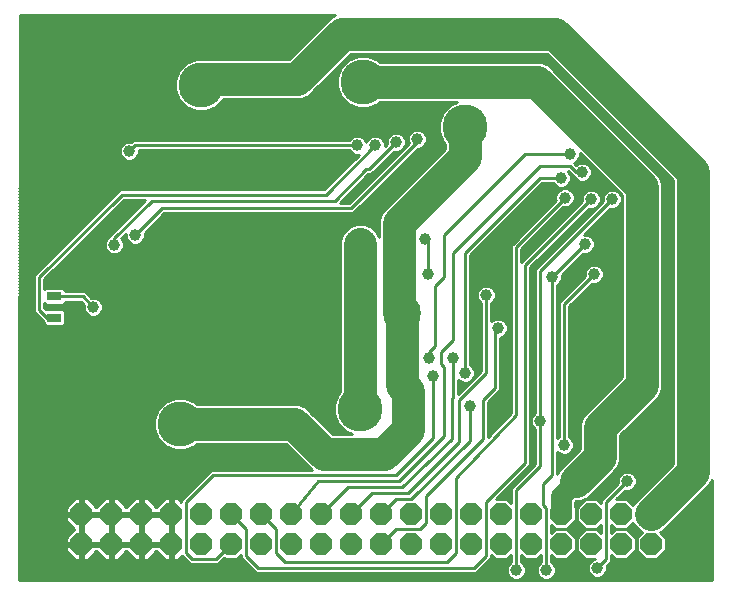
<source format=gbl>
G75*
%MOIN*%
%OFA0B0*%
%FSLAX25Y25*%
%IPPOS*%
%LPD*%
%AMOC8*
5,1,8,0,0,1.08239X$1,22.5*
%
%ADD10R,0.04724X0.03150*%
%ADD11OC8,0.07400*%
%ADD12C,0.03962*%
%ADD13C,0.01000*%
%ADD14C,0.15024*%
%ADD15C,0.11000*%
%ADD16C,0.09449*%
%ADD17C,0.07000*%
%ADD18C,0.12661*%
D10*
X0409333Y0094249D03*
X0409333Y0101336D03*
D11*
X0418333Y0028793D03*
X0428333Y0028793D03*
X0438333Y0028793D03*
X0448333Y0028793D03*
X0458333Y0028793D03*
X0468333Y0028793D03*
X0478333Y0028793D03*
X0488333Y0028793D03*
X0498333Y0028793D03*
X0508333Y0028793D03*
X0518333Y0028793D03*
X0528333Y0028793D03*
X0538333Y0028793D03*
X0548333Y0028793D03*
X0558333Y0028793D03*
X0568333Y0028793D03*
X0578333Y0028793D03*
X0588333Y0028793D03*
X0598333Y0028793D03*
X0608333Y0028793D03*
X0608333Y0018793D03*
X0598333Y0018793D03*
X0588333Y0018793D03*
X0578333Y0018793D03*
X0568333Y0018793D03*
X0558333Y0018793D03*
X0548333Y0018793D03*
X0538333Y0018793D03*
X0528333Y0018793D03*
X0518333Y0018793D03*
X0508333Y0018793D03*
X0498333Y0018793D03*
X0488333Y0018793D03*
X0478333Y0018793D03*
X0468333Y0018793D03*
X0458333Y0018793D03*
X0448333Y0018793D03*
X0438333Y0018793D03*
X0428333Y0018793D03*
X0418333Y0018793D03*
D12*
X0558333Y0063793D03*
X0547833Y0064793D03*
X0571333Y0059793D03*
X0579333Y0051793D03*
X0600333Y0039793D03*
X0590333Y0010793D03*
X0573333Y0010043D03*
X0563333Y0010043D03*
X0546333Y0075793D03*
X0535583Y0074793D03*
X0534333Y0080793D03*
X0542333Y0080793D03*
X0557333Y0090793D03*
X0553333Y0101793D03*
X0533833Y0108793D03*
X0532833Y0120543D03*
X0559333Y0123793D03*
X0579583Y0134293D03*
X0588333Y0133793D03*
X0595333Y0133793D03*
X0578333Y0140793D03*
X0585333Y0142793D03*
X0581333Y0148793D03*
X0530333Y0153793D03*
X0523333Y0152793D03*
X0516333Y0151793D03*
X0510333Y0151793D03*
X0434333Y0149793D03*
X0436333Y0121793D03*
X0429333Y0118543D03*
X0422333Y0097793D03*
X0575333Y0107793D03*
X0589333Y0108793D03*
X0586333Y0118793D03*
X0620333Y0130793D03*
X0578333Y0186793D03*
D13*
X0397827Y0194993D02*
X0397542Y0006725D01*
X0628463Y0006725D01*
X0628514Y0040205D01*
X0628013Y0038997D01*
X0626129Y0037113D01*
X0612129Y0023113D01*
X0611290Y0022765D01*
X0613233Y0020822D01*
X0613233Y0016763D01*
X0610363Y0013893D01*
X0606304Y0013893D01*
X0603433Y0016763D01*
X0603433Y0020822D01*
X0605376Y0022765D01*
X0604538Y0023113D01*
X0602653Y0024997D01*
X0602306Y0025836D01*
X0600363Y0023893D01*
X0596304Y0023893D01*
X0595033Y0025163D01*
X0595033Y0022422D01*
X0596304Y0023693D01*
X0600363Y0023693D01*
X0603233Y0020822D01*
X0603233Y0016763D01*
X0600363Y0013893D01*
X0596304Y0013893D01*
X0595033Y0015163D01*
X0595033Y0013088D01*
X0593472Y0011527D01*
X0593514Y0011425D01*
X0593514Y0010160D01*
X0593030Y0008991D01*
X0592135Y0008096D01*
X0590966Y0007611D01*
X0589701Y0007611D01*
X0588531Y0008096D01*
X0587637Y0008991D01*
X0587152Y0010160D01*
X0587152Y0011425D01*
X0587637Y0012594D01*
X0588531Y0013489D01*
X0589505Y0013893D01*
X0586304Y0013893D01*
X0583433Y0016763D01*
X0583433Y0020822D01*
X0586304Y0023693D01*
X0590363Y0023693D01*
X0591633Y0022422D01*
X0591633Y0025163D01*
X0590363Y0023893D01*
X0586304Y0023893D01*
X0583433Y0026763D01*
X0583433Y0030822D01*
X0586304Y0033693D01*
X0590363Y0033693D01*
X0591633Y0032422D01*
X0591633Y0033497D01*
X0592629Y0034493D01*
X0597194Y0039058D01*
X0597152Y0039160D01*
X0597152Y0040425D01*
X0597637Y0041594D01*
X0598531Y0042489D01*
X0599701Y0042974D01*
X0600966Y0042974D01*
X0602135Y0042489D01*
X0603030Y0041594D01*
X0603514Y0040425D01*
X0603514Y0039160D01*
X0603030Y0037991D01*
X0602135Y0037096D01*
X0600966Y0036611D01*
X0599701Y0036611D01*
X0599599Y0036654D01*
X0596637Y0033693D01*
X0600363Y0033693D01*
X0602306Y0031749D01*
X0602653Y0032588D01*
X0615633Y0045568D01*
X0615633Y0140017D01*
X0574538Y0181113D01*
X0573558Y0182093D01*
X0508109Y0182093D01*
X0496013Y0169997D01*
X0496013Y0169997D01*
X0494129Y0168113D01*
X0491666Y0167093D01*
X0465816Y0167093D01*
X0465719Y0166858D01*
X0463268Y0164407D01*
X0460066Y0163081D01*
X0456600Y0163081D01*
X0453398Y0164407D01*
X0450948Y0166858D01*
X0449622Y0170060D01*
X0449622Y0173525D01*
X0450948Y0176727D01*
X0453398Y0179178D01*
X0456600Y0180504D01*
X0460066Y0180504D01*
X0460095Y0180493D01*
X0487558Y0180493D01*
X0501538Y0194472D01*
X0502795Y0194993D01*
X0397827Y0194993D01*
X0397826Y0194508D02*
X0501624Y0194508D01*
X0500575Y0193510D02*
X0397824Y0193510D01*
X0397823Y0192511D02*
X0499577Y0192511D01*
X0498578Y0191513D02*
X0397821Y0191513D01*
X0397820Y0190514D02*
X0497580Y0190514D01*
X0496581Y0189516D02*
X0397818Y0189516D01*
X0397817Y0188517D02*
X0495583Y0188517D01*
X0494584Y0187519D02*
X0397815Y0187519D01*
X0397814Y0186520D02*
X0493586Y0186520D01*
X0492587Y0185522D02*
X0397812Y0185522D01*
X0397811Y0184523D02*
X0491589Y0184523D01*
X0490590Y0183525D02*
X0397809Y0183525D01*
X0397808Y0182526D02*
X0489592Y0182526D01*
X0488593Y0181528D02*
X0397806Y0181528D01*
X0397805Y0180529D02*
X0487595Y0180529D01*
X0501552Y0175536D02*
X0504040Y0175536D01*
X0503627Y0174538D02*
X0500554Y0174538D01*
X0499555Y0173539D02*
X0503622Y0173539D01*
X0503622Y0174525D02*
X0503622Y0171060D01*
X0504948Y0167858D01*
X0507398Y0165407D01*
X0510600Y0164081D01*
X0514066Y0164081D01*
X0517268Y0165407D01*
X0517954Y0166093D01*
X0543606Y0166093D01*
X0541398Y0165178D01*
X0538948Y0162727D01*
X0537622Y0159525D01*
X0537622Y0156060D01*
X0538948Y0152858D01*
X0539633Y0152172D01*
X0539633Y0150568D01*
X0518653Y0129588D01*
X0517633Y0127125D01*
X0517633Y0121091D01*
X0517013Y0122588D01*
X0515129Y0124472D01*
X0512666Y0125493D01*
X0510001Y0125493D01*
X0507538Y0124472D01*
X0505653Y0122588D01*
X0504633Y0120125D01*
X0504633Y0069413D01*
X0503948Y0068727D01*
X0502622Y0065525D01*
X0502622Y0062060D01*
X0503948Y0058858D01*
X0506398Y0056407D01*
X0508606Y0055493D01*
X0502109Y0055493D01*
X0495013Y0062588D01*
X0493129Y0064472D01*
X0490666Y0065493D01*
X0456954Y0065493D01*
X0456268Y0066178D01*
X0453066Y0067504D01*
X0449600Y0067504D01*
X0446398Y0066178D01*
X0443948Y0063727D01*
X0442622Y0060525D01*
X0442622Y0057060D01*
X0443948Y0053858D01*
X0446398Y0051407D01*
X0449600Y0050081D01*
X0453066Y0050081D01*
X0456268Y0051407D01*
X0456954Y0052093D01*
X0486558Y0052093D01*
X0495158Y0043493D01*
X0461629Y0043493D01*
X0452629Y0034493D01*
X0451633Y0033497D01*
X0451633Y0032846D01*
X0450487Y0033993D01*
X0448833Y0033993D01*
X0448833Y0029293D01*
X0447833Y0029293D01*
X0447833Y0033993D01*
X0446179Y0033993D01*
X0443333Y0031146D01*
X0440487Y0033993D01*
X0438833Y0033993D01*
X0438833Y0029293D01*
X0437833Y0029293D01*
X0437833Y0033993D01*
X0436179Y0033993D01*
X0433333Y0031146D01*
X0430487Y0033993D01*
X0428833Y0033993D01*
X0428833Y0029293D01*
X0427833Y0029293D01*
X0427833Y0033993D01*
X0426179Y0033993D01*
X0423333Y0031146D01*
X0420487Y0033993D01*
X0418833Y0033993D01*
X0418833Y0029293D01*
X0417833Y0029293D01*
X0417833Y0033993D01*
X0416179Y0033993D01*
X0413133Y0030946D01*
X0413133Y0029292D01*
X0417833Y0029292D01*
X0417833Y0028293D01*
X0413133Y0028293D01*
X0413133Y0026639D01*
X0415979Y0023793D01*
X0413133Y0020946D01*
X0413133Y0019292D01*
X0417833Y0019292D01*
X0417833Y0018293D01*
X0413133Y0018293D01*
X0413133Y0016639D01*
X0416179Y0013593D01*
X0417833Y0013593D01*
X0417833Y0018292D01*
X0418833Y0018292D01*
X0418833Y0013593D01*
X0420487Y0013593D01*
X0423333Y0016439D01*
X0426179Y0013593D01*
X0427833Y0013593D01*
X0427833Y0018292D01*
X0428833Y0018292D01*
X0428833Y0013593D01*
X0430487Y0013593D01*
X0433333Y0016439D01*
X0436179Y0013593D01*
X0437833Y0013593D01*
X0437833Y0018292D01*
X0438833Y0018292D01*
X0438833Y0013593D01*
X0440487Y0013593D01*
X0443333Y0016439D01*
X0446179Y0013593D01*
X0447833Y0013593D01*
X0447833Y0018292D01*
X0448833Y0018292D01*
X0448833Y0013593D01*
X0450487Y0013593D01*
X0451808Y0014913D01*
X0453633Y0013088D01*
X0454629Y0012093D01*
X0464037Y0012093D01*
X0466071Y0014126D01*
X0466304Y0013893D01*
X0470363Y0013893D01*
X0471633Y0015163D01*
X0471633Y0014088D01*
X0472629Y0013093D01*
X0475633Y0010088D01*
X0476629Y0009093D01*
X0550037Y0009093D01*
X0551033Y0010088D01*
X0555033Y0014088D01*
X0555033Y0015163D01*
X0556304Y0013893D01*
X0560363Y0013893D01*
X0561633Y0015163D01*
X0561633Y0012782D01*
X0561531Y0012739D01*
X0560637Y0011844D01*
X0560152Y0010675D01*
X0560152Y0009410D01*
X0560637Y0008241D01*
X0561531Y0007346D01*
X0562701Y0006861D01*
X0563966Y0006861D01*
X0565135Y0007346D01*
X0566030Y0008241D01*
X0566514Y0009410D01*
X0566514Y0010675D01*
X0566030Y0011844D01*
X0565135Y0012739D01*
X0565033Y0012782D01*
X0565033Y0015163D01*
X0566304Y0013893D01*
X0570363Y0013893D01*
X0571633Y0015163D01*
X0571633Y0012782D01*
X0571531Y0012739D01*
X0570637Y0011844D01*
X0570152Y0010675D01*
X0570152Y0009410D01*
X0570637Y0008241D01*
X0571531Y0007346D01*
X0572701Y0006861D01*
X0573966Y0006861D01*
X0575135Y0007346D01*
X0576030Y0008241D01*
X0576514Y0009410D01*
X0576514Y0010675D01*
X0576030Y0011844D01*
X0575135Y0012739D01*
X0575033Y0012782D01*
X0575033Y0015163D01*
X0576304Y0013893D01*
X0580363Y0013893D01*
X0583233Y0016763D01*
X0583233Y0020822D01*
X0580363Y0023693D01*
X0576304Y0023693D01*
X0575033Y0022422D01*
X0575033Y0025163D01*
X0576304Y0023893D01*
X0580363Y0023893D01*
X0583233Y0026763D01*
X0583233Y0030822D01*
X0583033Y0031022D01*
X0583033Y0032846D01*
X0583280Y0033093D01*
X0584666Y0033093D01*
X0587129Y0034113D01*
X0597013Y0043997D01*
X0598033Y0046460D01*
X0598033Y0055017D01*
X0609129Y0066113D01*
X0611013Y0067997D01*
X0612033Y0070460D01*
X0612033Y0139125D01*
X0611013Y0141588D01*
X0576013Y0176588D01*
X0574129Y0178472D01*
X0571666Y0179493D01*
X0517954Y0179493D01*
X0517268Y0180178D01*
X0514066Y0181504D01*
X0510600Y0181504D01*
X0507398Y0180178D01*
X0504948Y0177727D01*
X0503622Y0174525D01*
X0503622Y0172541D02*
X0498557Y0172541D01*
X0497558Y0171542D02*
X0503622Y0171542D01*
X0503835Y0170544D02*
X0496560Y0170544D01*
X0495561Y0169545D02*
X0504249Y0169545D01*
X0504662Y0168547D02*
X0494563Y0168547D01*
X0492767Y0167548D02*
X0505257Y0167548D01*
X0506256Y0166550D02*
X0465411Y0166550D01*
X0464413Y0165551D02*
X0507254Y0165551D01*
X0509461Y0164553D02*
X0463414Y0164553D01*
X0461210Y0163554D02*
X0539775Y0163554D01*
X0538877Y0162556D02*
X0397777Y0162556D01*
X0397779Y0163554D02*
X0455457Y0163554D01*
X0453253Y0164553D02*
X0397780Y0164553D01*
X0397782Y0165551D02*
X0452254Y0165551D01*
X0451256Y0166550D02*
X0397783Y0166550D01*
X0397785Y0167548D02*
X0450662Y0167548D01*
X0450248Y0168547D02*
X0397787Y0168547D01*
X0397788Y0169545D02*
X0449835Y0169545D01*
X0449622Y0170544D02*
X0397790Y0170544D01*
X0397791Y0171542D02*
X0449622Y0171542D01*
X0449622Y0172541D02*
X0397793Y0172541D01*
X0397794Y0173539D02*
X0449627Y0173539D01*
X0450041Y0174538D02*
X0397796Y0174538D01*
X0397797Y0175536D02*
X0450455Y0175536D01*
X0450868Y0176535D02*
X0397799Y0176535D01*
X0397800Y0177533D02*
X0451754Y0177533D01*
X0452752Y0178532D02*
X0397802Y0178532D01*
X0397803Y0179531D02*
X0454249Y0179531D01*
X0502551Y0176535D02*
X0504454Y0176535D01*
X0504868Y0177533D02*
X0503550Y0177533D01*
X0504548Y0178532D02*
X0505752Y0178532D01*
X0505547Y0179531D02*
X0506751Y0179531D01*
X0506545Y0180529D02*
X0508246Y0180529D01*
X0507544Y0181528D02*
X0574123Y0181528D01*
X0575122Y0180529D02*
X0516421Y0180529D01*
X0517916Y0179531D02*
X0576120Y0179531D01*
X0577119Y0178532D02*
X0573985Y0178532D01*
X0575068Y0177533D02*
X0578117Y0177533D01*
X0579116Y0176535D02*
X0576066Y0176535D01*
X0577065Y0175536D02*
X0580114Y0175536D01*
X0581113Y0174538D02*
X0578063Y0174538D01*
X0579062Y0173539D02*
X0582111Y0173539D01*
X0583110Y0172541D02*
X0580060Y0172541D01*
X0581059Y0171542D02*
X0584108Y0171542D01*
X0585107Y0170544D02*
X0582057Y0170544D01*
X0583056Y0169545D02*
X0586105Y0169545D01*
X0587104Y0168547D02*
X0584054Y0168547D01*
X0585053Y0167548D02*
X0588102Y0167548D01*
X0589101Y0166550D02*
X0586051Y0166550D01*
X0587050Y0165551D02*
X0590099Y0165551D01*
X0591098Y0164553D02*
X0588048Y0164553D01*
X0589047Y0163554D02*
X0592096Y0163554D01*
X0593095Y0162556D02*
X0590045Y0162556D01*
X0591044Y0161557D02*
X0594093Y0161557D01*
X0595092Y0160559D02*
X0592042Y0160559D01*
X0593041Y0159560D02*
X0596090Y0159560D01*
X0597089Y0158562D02*
X0594039Y0158562D01*
X0595038Y0157563D02*
X0598087Y0157563D01*
X0599086Y0156565D02*
X0596036Y0156565D01*
X0597035Y0155566D02*
X0600084Y0155566D01*
X0601083Y0154568D02*
X0598033Y0154568D01*
X0599032Y0153569D02*
X0602081Y0153569D01*
X0603080Y0152571D02*
X0600030Y0152571D01*
X0601029Y0151572D02*
X0604078Y0151572D01*
X0605077Y0150574D02*
X0602027Y0150574D01*
X0603026Y0149575D02*
X0606075Y0149575D01*
X0607074Y0148577D02*
X0604024Y0148577D01*
X0605023Y0147578D02*
X0608072Y0147578D01*
X0609071Y0146580D02*
X0606021Y0146580D01*
X0607020Y0145581D02*
X0610069Y0145581D01*
X0611068Y0144583D02*
X0608018Y0144583D01*
X0609017Y0143584D02*
X0612067Y0143584D01*
X0613065Y0142586D02*
X0610015Y0142586D01*
X0611014Y0141587D02*
X0614064Y0141587D01*
X0615062Y0140589D02*
X0611427Y0140589D01*
X0611841Y0139590D02*
X0615633Y0139590D01*
X0615633Y0138592D02*
X0612033Y0138592D01*
X0612033Y0137593D02*
X0615633Y0137593D01*
X0615633Y0136595D02*
X0612033Y0136595D01*
X0612033Y0135596D02*
X0615633Y0135596D01*
X0615633Y0134598D02*
X0612033Y0134598D01*
X0612033Y0133599D02*
X0615633Y0133599D01*
X0615633Y0132600D02*
X0612033Y0132600D01*
X0612033Y0131602D02*
X0615633Y0131602D01*
X0615633Y0130603D02*
X0612033Y0130603D01*
X0612033Y0129605D02*
X0615633Y0129605D01*
X0615633Y0128606D02*
X0612033Y0128606D01*
X0612033Y0127608D02*
X0615633Y0127608D01*
X0615633Y0126609D02*
X0612033Y0126609D01*
X0612033Y0125611D02*
X0615633Y0125611D01*
X0615633Y0124612D02*
X0612033Y0124612D01*
X0612033Y0123614D02*
X0615633Y0123614D01*
X0615633Y0122615D02*
X0612033Y0122615D01*
X0612033Y0121617D02*
X0615633Y0121617D01*
X0615633Y0120618D02*
X0612033Y0120618D01*
X0612033Y0119620D02*
X0615633Y0119620D01*
X0615633Y0118621D02*
X0612033Y0118621D01*
X0612033Y0117623D02*
X0615633Y0117623D01*
X0615633Y0116624D02*
X0612033Y0116624D01*
X0612033Y0115626D02*
X0615633Y0115626D01*
X0615633Y0114627D02*
X0612033Y0114627D01*
X0612033Y0113629D02*
X0615633Y0113629D01*
X0615633Y0112630D02*
X0612033Y0112630D01*
X0612033Y0111632D02*
X0615633Y0111632D01*
X0615633Y0110633D02*
X0612033Y0110633D01*
X0612033Y0109635D02*
X0615633Y0109635D01*
X0615633Y0108636D02*
X0612033Y0108636D01*
X0612033Y0107638D02*
X0615633Y0107638D01*
X0615633Y0106639D02*
X0612033Y0106639D01*
X0612033Y0105641D02*
X0615633Y0105641D01*
X0615633Y0104642D02*
X0612033Y0104642D01*
X0612033Y0103644D02*
X0615633Y0103644D01*
X0615633Y0102645D02*
X0612033Y0102645D01*
X0612033Y0101647D02*
X0615633Y0101647D01*
X0615633Y0100648D02*
X0612033Y0100648D01*
X0612033Y0099650D02*
X0615633Y0099650D01*
X0615633Y0098651D02*
X0612033Y0098651D01*
X0612033Y0097653D02*
X0615633Y0097653D01*
X0615633Y0096654D02*
X0612033Y0096654D01*
X0612033Y0095656D02*
X0615633Y0095656D01*
X0615633Y0094657D02*
X0612033Y0094657D01*
X0612033Y0093659D02*
X0615633Y0093659D01*
X0615633Y0092660D02*
X0612033Y0092660D01*
X0612033Y0091662D02*
X0615633Y0091662D01*
X0615633Y0090663D02*
X0612033Y0090663D01*
X0612033Y0089664D02*
X0615633Y0089664D01*
X0615633Y0088666D02*
X0612033Y0088666D01*
X0612033Y0087667D02*
X0615633Y0087667D01*
X0615633Y0086669D02*
X0612033Y0086669D01*
X0612033Y0085670D02*
X0615633Y0085670D01*
X0615633Y0084672D02*
X0612033Y0084672D01*
X0612033Y0083673D02*
X0615633Y0083673D01*
X0615633Y0082675D02*
X0612033Y0082675D01*
X0612033Y0081676D02*
X0615633Y0081676D01*
X0615633Y0080678D02*
X0612033Y0080678D01*
X0612033Y0079679D02*
X0615633Y0079679D01*
X0615633Y0078681D02*
X0612033Y0078681D01*
X0612033Y0077682D02*
X0615633Y0077682D01*
X0615633Y0076684D02*
X0612033Y0076684D01*
X0612033Y0075685D02*
X0615633Y0075685D01*
X0615633Y0074687D02*
X0612033Y0074687D01*
X0612033Y0073688D02*
X0615633Y0073688D01*
X0615633Y0072690D02*
X0612033Y0072690D01*
X0612033Y0071691D02*
X0615633Y0071691D01*
X0615633Y0070693D02*
X0612033Y0070693D01*
X0611716Y0069694D02*
X0615633Y0069694D01*
X0615633Y0068696D02*
X0611303Y0068696D01*
X0610713Y0067697D02*
X0615633Y0067697D01*
X0615633Y0066699D02*
X0609715Y0066699D01*
X0608716Y0065700D02*
X0615633Y0065700D01*
X0615633Y0064702D02*
X0607718Y0064702D01*
X0606719Y0063703D02*
X0615633Y0063703D01*
X0615633Y0062705D02*
X0605721Y0062705D01*
X0604722Y0061706D02*
X0615633Y0061706D01*
X0615633Y0060708D02*
X0603724Y0060708D01*
X0602725Y0059709D02*
X0615633Y0059709D01*
X0615633Y0058711D02*
X0601727Y0058711D01*
X0600728Y0057712D02*
X0615633Y0057712D01*
X0615633Y0056714D02*
X0599730Y0056714D01*
X0598731Y0055715D02*
X0615633Y0055715D01*
X0615633Y0054717D02*
X0598033Y0054717D01*
X0598033Y0053718D02*
X0615633Y0053718D01*
X0615633Y0052720D02*
X0598033Y0052720D01*
X0598033Y0051721D02*
X0615633Y0051721D01*
X0615633Y0050723D02*
X0598033Y0050723D01*
X0598033Y0049724D02*
X0615633Y0049724D01*
X0615633Y0048726D02*
X0598033Y0048726D01*
X0598033Y0047727D02*
X0615633Y0047727D01*
X0615633Y0046729D02*
X0598033Y0046729D01*
X0597731Y0045730D02*
X0615633Y0045730D01*
X0614797Y0044731D02*
X0597317Y0044731D01*
X0596749Y0043733D02*
X0613799Y0043733D01*
X0612800Y0042734D02*
X0601543Y0042734D01*
X0602889Y0041736D02*
X0611802Y0041736D01*
X0610803Y0040737D02*
X0603385Y0040737D01*
X0603514Y0039739D02*
X0609805Y0039739D01*
X0608806Y0038740D02*
X0603341Y0038740D01*
X0602781Y0037742D02*
X0607807Y0037742D01*
X0606809Y0036743D02*
X0601285Y0036743D01*
X0598690Y0035745D02*
X0605810Y0035745D01*
X0604812Y0034746D02*
X0597691Y0034746D01*
X0596693Y0033748D02*
X0603813Y0033748D01*
X0602815Y0032749D02*
X0601306Y0032749D01*
X0602305Y0031751D02*
X0602307Y0031751D01*
X0600333Y0039793D02*
X0593333Y0032793D01*
X0593333Y0013793D01*
X0590333Y0010793D01*
X0587152Y0010782D02*
X0576470Y0010782D01*
X0576514Y0009784D02*
X0587308Y0009784D01*
X0587842Y0008785D02*
X0576256Y0008785D01*
X0575576Y0007787D02*
X0589278Y0007787D01*
X0591389Y0007787D02*
X0628465Y0007787D01*
X0628466Y0008785D02*
X0592825Y0008785D01*
X0593359Y0009784D02*
X0628468Y0009784D01*
X0628469Y0010782D02*
X0593514Y0010782D01*
X0593726Y0011781D02*
X0628471Y0011781D01*
X0628472Y0012779D02*
X0594724Y0012779D01*
X0595033Y0013778D02*
X0628474Y0013778D01*
X0628475Y0014776D02*
X0611247Y0014776D01*
X0612245Y0015775D02*
X0628477Y0015775D01*
X0628478Y0016773D02*
X0613233Y0016773D01*
X0613233Y0017772D02*
X0628480Y0017772D01*
X0628481Y0018770D02*
X0613233Y0018770D01*
X0613233Y0019769D02*
X0628483Y0019769D01*
X0628484Y0020767D02*
X0613233Y0020767D01*
X0612290Y0021766D02*
X0628486Y0021766D01*
X0628487Y0022764D02*
X0611291Y0022764D01*
X0612779Y0023763D02*
X0628489Y0023763D01*
X0628490Y0024761D02*
X0613777Y0024761D01*
X0614776Y0025760D02*
X0628492Y0025760D01*
X0628493Y0026758D02*
X0615774Y0026758D01*
X0616773Y0027757D02*
X0628495Y0027757D01*
X0628496Y0028755D02*
X0617771Y0028755D01*
X0618770Y0029754D02*
X0628498Y0029754D01*
X0628499Y0030752D02*
X0619768Y0030752D01*
X0620767Y0031751D02*
X0628501Y0031751D01*
X0628502Y0032749D02*
X0621765Y0032749D01*
X0622764Y0033748D02*
X0628504Y0033748D01*
X0628505Y0034746D02*
X0623762Y0034746D01*
X0624761Y0035745D02*
X0628507Y0035745D01*
X0628508Y0036743D02*
X0625759Y0036743D01*
X0626758Y0037742D02*
X0628510Y0037742D01*
X0628511Y0038740D02*
X0627756Y0038740D01*
X0628320Y0039739D02*
X0628513Y0039739D01*
X0599123Y0042734D02*
X0595750Y0042734D01*
X0594752Y0041736D02*
X0597778Y0041736D01*
X0597282Y0040737D02*
X0593753Y0040737D01*
X0592755Y0039739D02*
X0597152Y0039739D01*
X0596877Y0038740D02*
X0591756Y0038740D01*
X0590758Y0037742D02*
X0595879Y0037742D01*
X0594880Y0036743D02*
X0589759Y0036743D01*
X0588761Y0035745D02*
X0593882Y0035745D01*
X0592883Y0034746D02*
X0587762Y0034746D01*
X0586248Y0033748D02*
X0591885Y0033748D01*
X0591633Y0032749D02*
X0591306Y0032749D01*
X0585361Y0032749D02*
X0583033Y0032749D01*
X0583033Y0031751D02*
X0584362Y0031751D01*
X0583433Y0030752D02*
X0583233Y0030752D01*
X0583233Y0029754D02*
X0583433Y0029754D01*
X0583433Y0028755D02*
X0583233Y0028755D01*
X0583233Y0027757D02*
X0583433Y0027757D01*
X0583438Y0026758D02*
X0583229Y0026758D01*
X0582230Y0025760D02*
X0584436Y0025760D01*
X0585435Y0024761D02*
X0581232Y0024761D01*
X0581291Y0022764D02*
X0585375Y0022764D01*
X0584377Y0021766D02*
X0582290Y0021766D01*
X0583233Y0020767D02*
X0583433Y0020767D01*
X0583433Y0019769D02*
X0583233Y0019769D01*
X0583233Y0018770D02*
X0583433Y0018770D01*
X0583433Y0017772D02*
X0583233Y0017772D01*
X0583233Y0016773D02*
X0583433Y0016773D01*
X0584422Y0015775D02*
X0582245Y0015775D01*
X0581247Y0014776D02*
X0585420Y0014776D01*
X0587821Y0012779D02*
X0575039Y0012779D01*
X0575033Y0013778D02*
X0589227Y0013778D01*
X0587299Y0011781D02*
X0576057Y0011781D01*
X0573333Y0010043D02*
X0573333Y0030793D01*
X0572333Y0031793D01*
X0572333Y0038793D01*
X0575333Y0041793D01*
X0575333Y0107793D01*
X0586333Y0118793D01*
X0589292Y0117623D02*
X0598633Y0117623D01*
X0598633Y0118621D02*
X0589514Y0118621D01*
X0589514Y0118160D02*
X0589514Y0119425D01*
X0589030Y0120594D01*
X0588135Y0121489D01*
X0586966Y0121974D01*
X0585919Y0121974D01*
X0594599Y0130654D01*
X0594701Y0130611D01*
X0595966Y0130611D01*
X0597135Y0131096D01*
X0598030Y0131991D01*
X0598514Y0133160D01*
X0598514Y0134425D01*
X0598030Y0135594D01*
X0597135Y0136489D01*
X0595966Y0136974D01*
X0594701Y0136974D01*
X0593531Y0136489D01*
X0592637Y0135594D01*
X0592152Y0134425D01*
X0592152Y0133160D01*
X0592194Y0133058D01*
X0570629Y0111493D01*
X0569633Y0110497D01*
X0569633Y0062532D01*
X0569531Y0062489D01*
X0568637Y0061594D01*
X0568152Y0060425D01*
X0568152Y0059160D01*
X0568637Y0057991D01*
X0569531Y0057096D01*
X0569633Y0057053D01*
X0569633Y0045497D01*
X0561633Y0037497D01*
X0561633Y0032422D01*
X0560363Y0033693D01*
X0556637Y0033693D01*
X0568033Y0045088D01*
X0568033Y0111088D01*
X0587599Y0130654D01*
X0587701Y0130611D01*
X0588966Y0130611D01*
X0590135Y0131096D01*
X0591030Y0131991D01*
X0591514Y0133160D01*
X0591514Y0134425D01*
X0591030Y0135594D01*
X0590135Y0136489D01*
X0588966Y0136974D01*
X0587701Y0136974D01*
X0586531Y0136489D01*
X0585637Y0135594D01*
X0585152Y0134425D01*
X0585152Y0133160D01*
X0585194Y0133058D01*
X0565629Y0113493D01*
X0565033Y0112897D01*
X0565033Y0117096D01*
X0578870Y0131145D01*
X0578951Y0131111D01*
X0580216Y0131111D01*
X0581385Y0131596D01*
X0582280Y0132491D01*
X0582764Y0133660D01*
X0582764Y0134925D01*
X0582280Y0136094D01*
X0581385Y0136989D01*
X0580216Y0137474D01*
X0578951Y0137474D01*
X0577781Y0136989D01*
X0576887Y0136094D01*
X0576402Y0134925D01*
X0576402Y0133660D01*
X0576453Y0133537D01*
X0562126Y0118990D01*
X0561633Y0118497D01*
X0561633Y0118489D01*
X0561628Y0118484D01*
X0561633Y0117786D01*
X0561633Y0062473D01*
X0554033Y0054492D01*
X0554033Y0066088D01*
X0558033Y0070088D01*
X0558033Y0087639D01*
X0559135Y0088096D01*
X0560030Y0088991D01*
X0560514Y0090160D01*
X0560514Y0091425D01*
X0560030Y0092594D01*
X0559135Y0093489D01*
X0557966Y0093974D01*
X0556701Y0093974D01*
X0555531Y0093489D01*
X0555033Y0092991D01*
X0555033Y0099053D01*
X0555135Y0099096D01*
X0556030Y0099991D01*
X0556514Y0101160D01*
X0556514Y0102425D01*
X0556030Y0103594D01*
X0555135Y0104489D01*
X0553966Y0104974D01*
X0552701Y0104974D01*
X0551531Y0104489D01*
X0550637Y0103594D01*
X0550152Y0102425D01*
X0550152Y0101160D01*
X0550637Y0099991D01*
X0551531Y0099096D01*
X0551633Y0099053D01*
X0551633Y0076497D01*
X0544033Y0068897D01*
X0544033Y0073594D01*
X0544531Y0073096D01*
X0545701Y0072611D01*
X0546966Y0072611D01*
X0548135Y0073096D01*
X0549030Y0073991D01*
X0549514Y0075160D01*
X0549514Y0076425D01*
X0549030Y0077594D01*
X0548135Y0078489D01*
X0548033Y0078532D01*
X0548033Y0115088D01*
X0572037Y0139093D01*
X0575594Y0139093D01*
X0575637Y0138991D01*
X0576531Y0138096D01*
X0577701Y0137611D01*
X0578966Y0137611D01*
X0580135Y0138096D01*
X0581030Y0138991D01*
X0581514Y0140160D01*
X0581514Y0141425D01*
X0581030Y0142594D01*
X0580532Y0143093D01*
X0580629Y0143093D01*
X0582570Y0141152D01*
X0582637Y0140991D01*
X0583531Y0140096D01*
X0584701Y0139611D01*
X0585966Y0139611D01*
X0587135Y0140096D01*
X0588030Y0140991D01*
X0588514Y0142160D01*
X0588514Y0143425D01*
X0588030Y0144594D01*
X0587135Y0145489D01*
X0585966Y0145974D01*
X0584701Y0145974D01*
X0583531Y0145489D01*
X0583286Y0145244D01*
X0583033Y0145497D01*
X0582640Y0145890D01*
X0583135Y0146096D01*
X0584030Y0146991D01*
X0584514Y0148160D01*
X0584514Y0149136D01*
X0598633Y0135017D01*
X0598633Y0074568D01*
X0585653Y0061588D01*
X0584633Y0059125D01*
X0584633Y0050568D01*
X0577653Y0043588D01*
X0577033Y0042091D01*
X0577033Y0049594D01*
X0577531Y0049096D01*
X0578701Y0048611D01*
X0579966Y0048611D01*
X0581135Y0049096D01*
X0582030Y0049991D01*
X0582514Y0051160D01*
X0582514Y0052425D01*
X0582030Y0053594D01*
X0581135Y0054489D01*
X0581033Y0054532D01*
X0581033Y0098088D01*
X0588599Y0105654D01*
X0588701Y0105611D01*
X0589966Y0105611D01*
X0591135Y0106096D01*
X0592030Y0106991D01*
X0592514Y0108160D01*
X0592514Y0109425D01*
X0592030Y0110594D01*
X0591135Y0111489D01*
X0589966Y0111974D01*
X0588701Y0111974D01*
X0587531Y0111489D01*
X0586637Y0110594D01*
X0586152Y0109425D01*
X0586152Y0108160D01*
X0586194Y0108058D01*
X0578629Y0100493D01*
X0577633Y0099497D01*
X0577633Y0054532D01*
X0577531Y0054489D01*
X0577033Y0053991D01*
X0577033Y0105053D01*
X0577135Y0105096D01*
X0578030Y0105991D01*
X0578514Y0107160D01*
X0578514Y0108425D01*
X0578472Y0108527D01*
X0585599Y0115654D01*
X0585701Y0115611D01*
X0586966Y0115611D01*
X0588135Y0116096D01*
X0589030Y0116991D01*
X0589514Y0118160D01*
X0589434Y0119620D02*
X0598633Y0119620D01*
X0598633Y0120618D02*
X0589006Y0120618D01*
X0587827Y0121617D02*
X0598633Y0121617D01*
X0598633Y0122615D02*
X0586560Y0122615D01*
X0587559Y0123614D02*
X0598633Y0123614D01*
X0598633Y0124612D02*
X0588557Y0124612D01*
X0589556Y0125611D02*
X0598633Y0125611D01*
X0598633Y0126609D02*
X0590554Y0126609D01*
X0591553Y0127608D02*
X0598633Y0127608D01*
X0598633Y0128606D02*
X0592551Y0128606D01*
X0593550Y0129605D02*
X0598633Y0129605D01*
X0598633Y0130603D02*
X0594548Y0130603D01*
X0597642Y0131602D02*
X0598633Y0131602D01*
X0598633Y0132600D02*
X0598283Y0132600D01*
X0598514Y0133599D02*
X0598633Y0133599D01*
X0598633Y0134598D02*
X0598443Y0134598D01*
X0598055Y0135596D02*
X0598029Y0135596D01*
X0597056Y0136595D02*
X0596881Y0136595D01*
X0596058Y0137593D02*
X0570538Y0137593D01*
X0569539Y0136595D02*
X0577387Y0136595D01*
X0576680Y0135596D02*
X0568541Y0135596D01*
X0567542Y0134598D02*
X0576402Y0134598D01*
X0576427Y0133599D02*
X0566544Y0133599D01*
X0565545Y0132600D02*
X0575531Y0132600D01*
X0574548Y0131602D02*
X0564547Y0131602D01*
X0563548Y0130603D02*
X0573564Y0130603D01*
X0572581Y0129605D02*
X0562550Y0129605D01*
X0561551Y0128606D02*
X0571597Y0128606D01*
X0570614Y0127608D02*
X0560553Y0127608D01*
X0559554Y0126609D02*
X0569631Y0126609D01*
X0568647Y0125611D02*
X0558556Y0125611D01*
X0557557Y0124612D02*
X0567664Y0124612D01*
X0566680Y0123614D02*
X0556559Y0123614D01*
X0555560Y0122615D02*
X0565697Y0122615D01*
X0564714Y0121617D02*
X0554562Y0121617D01*
X0553563Y0120618D02*
X0563730Y0120618D01*
X0562747Y0119620D02*
X0552565Y0119620D01*
X0551566Y0118621D02*
X0561758Y0118621D01*
X0561633Y0117623D02*
X0550568Y0117623D01*
X0549569Y0116624D02*
X0561633Y0116624D01*
X0561633Y0115626D02*
X0548571Y0115626D01*
X0548033Y0114627D02*
X0561633Y0114627D01*
X0561633Y0113629D02*
X0548033Y0113629D01*
X0548033Y0112630D02*
X0561633Y0112630D01*
X0561633Y0111632D02*
X0548033Y0111632D01*
X0548033Y0110633D02*
X0561633Y0110633D01*
X0561633Y0109635D02*
X0548033Y0109635D01*
X0548033Y0108636D02*
X0561633Y0108636D01*
X0561633Y0107638D02*
X0548033Y0107638D01*
X0548033Y0106639D02*
X0561633Y0106639D01*
X0561633Y0105641D02*
X0548033Y0105641D01*
X0548033Y0104642D02*
X0551900Y0104642D01*
X0550686Y0103644D02*
X0548033Y0103644D01*
X0548033Y0102645D02*
X0550243Y0102645D01*
X0550152Y0101647D02*
X0548033Y0101647D01*
X0548033Y0100648D02*
X0550364Y0100648D01*
X0550977Y0099650D02*
X0548033Y0099650D01*
X0548033Y0098651D02*
X0551633Y0098651D01*
X0551633Y0097653D02*
X0548033Y0097653D01*
X0548033Y0096654D02*
X0551633Y0096654D01*
X0551633Y0095656D02*
X0548033Y0095656D01*
X0548033Y0094657D02*
X0551633Y0094657D01*
X0551633Y0093659D02*
X0548033Y0093659D01*
X0548033Y0092660D02*
X0551633Y0092660D01*
X0551633Y0091662D02*
X0548033Y0091662D01*
X0548033Y0090663D02*
X0551633Y0090663D01*
X0551633Y0089664D02*
X0548033Y0089664D01*
X0548033Y0088666D02*
X0551633Y0088666D01*
X0551633Y0087667D02*
X0548033Y0087667D01*
X0548033Y0086669D02*
X0551633Y0086669D01*
X0551633Y0085670D02*
X0548033Y0085670D01*
X0548033Y0084672D02*
X0551633Y0084672D01*
X0551633Y0083673D02*
X0548033Y0083673D01*
X0548033Y0082675D02*
X0551633Y0082675D01*
X0551633Y0081676D02*
X0548033Y0081676D01*
X0548033Y0080678D02*
X0551633Y0080678D01*
X0551633Y0079679D02*
X0548033Y0079679D01*
X0548033Y0078681D02*
X0551633Y0078681D01*
X0551633Y0077682D02*
X0548942Y0077682D01*
X0549407Y0076684D02*
X0551633Y0076684D01*
X0550822Y0075685D02*
X0549514Y0075685D01*
X0549319Y0074687D02*
X0549823Y0074687D01*
X0548825Y0073688D02*
X0548728Y0073688D01*
X0547826Y0072690D02*
X0547155Y0072690D01*
X0546828Y0071691D02*
X0544033Y0071691D01*
X0544033Y0070693D02*
X0545829Y0070693D01*
X0544831Y0069694D02*
X0544033Y0069694D01*
X0542333Y0067793D02*
X0541833Y0067293D01*
X0541833Y0053793D01*
X0525333Y0037793D01*
X0507333Y0037793D01*
X0498333Y0028793D01*
X0508333Y0028793D02*
X0515333Y0035793D01*
X0527333Y0035793D01*
X0544333Y0052793D01*
X0544333Y0066793D01*
X0553333Y0075793D01*
X0553333Y0101793D01*
X0556302Y0100648D02*
X0561633Y0100648D01*
X0561633Y0099650D02*
X0555689Y0099650D01*
X0555033Y0098651D02*
X0561633Y0098651D01*
X0561633Y0097653D02*
X0555033Y0097653D01*
X0555033Y0096654D02*
X0561633Y0096654D01*
X0561633Y0095656D02*
X0555033Y0095656D01*
X0555033Y0094657D02*
X0561633Y0094657D01*
X0561633Y0093659D02*
X0558727Y0093659D01*
X0559333Y0094793D02*
X0560833Y0093293D01*
X0560833Y0065293D01*
X0558333Y0063793D01*
X0561633Y0063703D02*
X0554033Y0063703D01*
X0554033Y0062705D02*
X0561633Y0062705D01*
X0560904Y0061706D02*
X0554033Y0061706D01*
X0554033Y0060708D02*
X0559953Y0060708D01*
X0559002Y0059709D02*
X0554033Y0059709D01*
X0554033Y0058711D02*
X0558051Y0058711D01*
X0557100Y0057712D02*
X0554033Y0057712D01*
X0554033Y0056714D02*
X0556149Y0056714D01*
X0555198Y0055715D02*
X0554033Y0055715D01*
X0554033Y0054717D02*
X0554247Y0054717D01*
X0552333Y0053793D02*
X0533333Y0034793D01*
X0533333Y0025793D01*
X0531333Y0023793D01*
X0523333Y0023793D01*
X0518333Y0018793D01*
X0540333Y0012793D02*
X0486333Y0012793D01*
X0483333Y0015793D01*
X0483333Y0023793D01*
X0478333Y0028793D01*
X0488333Y0028793D02*
X0497333Y0039793D01*
X0524333Y0039793D01*
X0539333Y0054793D01*
X0539333Y0077793D01*
X0538333Y0078793D01*
X0538333Y0082793D01*
X0542333Y0086793D01*
X0542333Y0115793D01*
X0571333Y0144793D01*
X0581333Y0144793D01*
X0583333Y0142793D01*
X0585333Y0142793D01*
X0588277Y0141587D02*
X0592064Y0141587D01*
X0593062Y0140589D02*
X0587628Y0140589D01*
X0588514Y0142586D02*
X0591065Y0142586D01*
X0590067Y0143584D02*
X0588449Y0143584D01*
X0588035Y0144583D02*
X0589068Y0144583D01*
X0588069Y0145581D02*
X0586914Y0145581D01*
X0587071Y0146580D02*
X0583619Y0146580D01*
X0583753Y0145581D02*
X0582949Y0145581D01*
X0584274Y0147578D02*
X0586072Y0147578D01*
X0585074Y0148577D02*
X0584514Y0148577D01*
X0581333Y0148793D02*
X0566333Y0148793D01*
X0539333Y0121793D01*
X0539333Y0107793D01*
X0536333Y0104793D01*
X0536333Y0084793D01*
X0534333Y0082793D01*
X0534333Y0080793D01*
X0542333Y0080793D02*
X0542333Y0067793D01*
X0547833Y0064793D02*
X0547833Y0053293D01*
X0528333Y0033793D01*
X0523333Y0033793D01*
X0518333Y0028793D01*
X0553333Y0032793D02*
X0553333Y0014793D01*
X0549333Y0010793D01*
X0477333Y0010793D01*
X0473333Y0014793D01*
X0473333Y0023793D01*
X0468333Y0028793D01*
X0462333Y0041793D02*
X0453333Y0032793D01*
X0453333Y0015793D01*
X0455333Y0013793D01*
X0463333Y0013793D01*
X0468333Y0018793D01*
X0471247Y0014776D02*
X0471633Y0014776D01*
X0471944Y0013778D02*
X0465723Y0013778D01*
X0464724Y0012779D02*
X0472943Y0012779D01*
X0472629Y0013093D02*
X0472629Y0013093D01*
X0473941Y0011781D02*
X0397549Y0011781D01*
X0397551Y0012779D02*
X0453943Y0012779D01*
X0452944Y0013778D02*
X0450672Y0013778D01*
X0451671Y0014776D02*
X0451946Y0014776D01*
X0448833Y0014776D02*
X0447833Y0014776D01*
X0447833Y0013778D02*
X0448833Y0013778D01*
X0448833Y0015775D02*
X0447833Y0015775D01*
X0447833Y0016773D02*
X0448833Y0016773D01*
X0448833Y0017772D02*
X0447833Y0017772D01*
X0447833Y0018293D02*
X0438833Y0018293D01*
X0438833Y0019292D01*
X0443533Y0019292D01*
X0447833Y0019292D01*
X0447833Y0018293D01*
X0447833Y0018770D02*
X0438833Y0018770D01*
X0438833Y0019293D02*
X0437833Y0019293D01*
X0437833Y0023993D01*
X0437833Y0028292D01*
X0438833Y0028292D01*
X0438833Y0019293D01*
X0438833Y0019769D02*
X0437833Y0019769D01*
X0437833Y0019292D02*
X0437833Y0018293D01*
X0428833Y0018293D01*
X0428833Y0019292D01*
X0433533Y0019292D01*
X0437833Y0019292D01*
X0437833Y0018770D02*
X0428833Y0018770D01*
X0428833Y0019293D02*
X0427833Y0019293D01*
X0427833Y0023993D01*
X0427833Y0028292D01*
X0428833Y0028292D01*
X0428833Y0019293D01*
X0428833Y0019769D02*
X0427833Y0019769D01*
X0427833Y0019292D02*
X0427833Y0018293D01*
X0418833Y0018293D01*
X0418833Y0019292D01*
X0423133Y0019292D01*
X0427833Y0019292D01*
X0427833Y0018770D02*
X0418833Y0018770D01*
X0418833Y0019293D02*
X0417833Y0019293D01*
X0417833Y0023593D01*
X0417833Y0028292D01*
X0418833Y0028292D01*
X0418833Y0019293D01*
X0418833Y0019769D02*
X0417833Y0019769D01*
X0417833Y0020767D02*
X0418833Y0020767D01*
X0418833Y0021766D02*
X0417833Y0021766D01*
X0417833Y0022764D02*
X0418833Y0022764D01*
X0418833Y0023763D02*
X0417833Y0023763D01*
X0417833Y0024761D02*
X0418833Y0024761D01*
X0418833Y0025760D02*
X0417833Y0025760D01*
X0417833Y0026758D02*
X0418833Y0026758D01*
X0418833Y0027757D02*
X0417833Y0027757D01*
X0417833Y0028755D02*
X0397575Y0028755D01*
X0397574Y0027757D02*
X0413133Y0027757D01*
X0413133Y0026758D02*
X0397572Y0026758D01*
X0397571Y0025760D02*
X0414012Y0025760D01*
X0415011Y0024761D02*
X0397569Y0024761D01*
X0397567Y0023763D02*
X0415950Y0023763D01*
X0414951Y0022764D02*
X0397566Y0022764D01*
X0397564Y0021766D02*
X0413953Y0021766D01*
X0413133Y0020767D02*
X0397563Y0020767D01*
X0397561Y0019769D02*
X0413133Y0019769D01*
X0413133Y0017772D02*
X0397558Y0017772D01*
X0397560Y0018770D02*
X0417833Y0018770D01*
X0417833Y0017772D02*
X0418833Y0017772D01*
X0418833Y0016773D02*
X0417833Y0016773D01*
X0417833Y0015775D02*
X0418833Y0015775D01*
X0418833Y0014776D02*
X0417833Y0014776D01*
X0417833Y0013778D02*
X0418833Y0013778D01*
X0420672Y0013778D02*
X0425994Y0013778D01*
X0424996Y0014776D02*
X0421671Y0014776D01*
X0422669Y0015775D02*
X0423997Y0015775D01*
X0427833Y0015775D02*
X0428833Y0015775D01*
X0428833Y0016773D02*
X0427833Y0016773D01*
X0427833Y0017772D02*
X0428833Y0017772D01*
X0428833Y0014776D02*
X0427833Y0014776D01*
X0427833Y0013778D02*
X0428833Y0013778D01*
X0430672Y0013778D02*
X0435994Y0013778D01*
X0434996Y0014776D02*
X0431671Y0014776D01*
X0432669Y0015775D02*
X0433997Y0015775D01*
X0437833Y0015775D02*
X0438833Y0015775D01*
X0438833Y0016773D02*
X0437833Y0016773D01*
X0437833Y0017772D02*
X0438833Y0017772D01*
X0438833Y0014776D02*
X0437833Y0014776D01*
X0437833Y0013778D02*
X0438833Y0013778D01*
X0440672Y0013778D02*
X0445994Y0013778D01*
X0444996Y0014776D02*
X0441671Y0014776D01*
X0442669Y0015775D02*
X0443997Y0015775D01*
X0447833Y0019293D02*
X0447833Y0023993D01*
X0447833Y0028292D01*
X0448833Y0028292D01*
X0448833Y0019293D01*
X0447833Y0019293D01*
X0447833Y0019769D02*
X0448833Y0019769D01*
X0448833Y0020767D02*
X0447833Y0020767D01*
X0447833Y0021766D02*
X0448833Y0021766D01*
X0448833Y0022764D02*
X0447833Y0022764D01*
X0447833Y0023763D02*
X0448833Y0023763D01*
X0448833Y0024761D02*
X0447833Y0024761D01*
X0447833Y0025760D02*
X0448833Y0025760D01*
X0448833Y0026758D02*
X0447833Y0026758D01*
X0447833Y0027757D02*
X0448833Y0027757D01*
X0447833Y0028293D02*
X0438833Y0028293D01*
X0438833Y0029292D01*
X0443533Y0029292D01*
X0447833Y0029292D01*
X0447833Y0028293D01*
X0447833Y0028755D02*
X0438833Y0028755D01*
X0438833Y0027757D02*
X0437833Y0027757D01*
X0437833Y0028293D02*
X0428833Y0028293D01*
X0428833Y0029292D01*
X0433533Y0029292D01*
X0437833Y0029292D01*
X0437833Y0028293D01*
X0437833Y0028755D02*
X0428833Y0028755D01*
X0428833Y0027757D02*
X0427833Y0027757D01*
X0427833Y0028293D02*
X0418833Y0028293D01*
X0418833Y0029292D01*
X0423133Y0029292D01*
X0427833Y0029292D01*
X0427833Y0028293D01*
X0427833Y0028755D02*
X0418833Y0028755D01*
X0418833Y0029754D02*
X0417833Y0029754D01*
X0417833Y0030752D02*
X0418833Y0030752D01*
X0418833Y0031751D02*
X0417833Y0031751D01*
X0417833Y0032749D02*
X0418833Y0032749D01*
X0418833Y0033748D02*
X0417833Y0033748D01*
X0415935Y0033748D02*
X0397583Y0033748D01*
X0397584Y0034746D02*
X0452883Y0034746D01*
X0451885Y0033748D02*
X0450732Y0033748D01*
X0448833Y0033748D02*
X0447833Y0033748D01*
X0447833Y0032749D02*
X0448833Y0032749D01*
X0448833Y0031751D02*
X0447833Y0031751D01*
X0447833Y0030752D02*
X0448833Y0030752D01*
X0448833Y0029754D02*
X0447833Y0029754D01*
X0443938Y0031751D02*
X0442729Y0031751D01*
X0441730Y0032749D02*
X0444936Y0032749D01*
X0445935Y0033748D02*
X0440732Y0033748D01*
X0438833Y0033748D02*
X0437833Y0033748D01*
X0437833Y0032749D02*
X0438833Y0032749D01*
X0438833Y0031751D02*
X0437833Y0031751D01*
X0437833Y0030752D02*
X0438833Y0030752D01*
X0438833Y0029754D02*
X0437833Y0029754D01*
X0437833Y0026758D02*
X0438833Y0026758D01*
X0438833Y0025760D02*
X0437833Y0025760D01*
X0437833Y0024761D02*
X0438833Y0024761D01*
X0438833Y0023763D02*
X0437833Y0023763D01*
X0437833Y0022764D02*
X0438833Y0022764D01*
X0438833Y0021766D02*
X0437833Y0021766D01*
X0437833Y0020767D02*
X0438833Y0020767D01*
X0428833Y0020767D02*
X0427833Y0020767D01*
X0427833Y0021766D02*
X0428833Y0021766D01*
X0428833Y0022764D02*
X0427833Y0022764D01*
X0427833Y0023763D02*
X0428833Y0023763D01*
X0428833Y0024761D02*
X0427833Y0024761D01*
X0427833Y0025760D02*
X0428833Y0025760D01*
X0428833Y0026758D02*
X0427833Y0026758D01*
X0427833Y0029754D02*
X0428833Y0029754D01*
X0428833Y0030752D02*
X0427833Y0030752D01*
X0427833Y0031751D02*
X0428833Y0031751D01*
X0428833Y0032749D02*
X0427833Y0032749D01*
X0427833Y0033748D02*
X0428833Y0033748D01*
X0430732Y0033748D02*
X0435935Y0033748D01*
X0434936Y0032749D02*
X0431730Y0032749D01*
X0432729Y0031751D02*
X0433938Y0031751D01*
X0425935Y0033748D02*
X0420732Y0033748D01*
X0421730Y0032749D02*
X0424936Y0032749D01*
X0423938Y0031751D02*
X0422729Y0031751D01*
X0414936Y0032749D02*
X0397581Y0032749D01*
X0397580Y0031751D02*
X0413938Y0031751D01*
X0413133Y0030752D02*
X0397578Y0030752D01*
X0397577Y0029754D02*
X0413133Y0029754D01*
X0397586Y0035745D02*
X0453882Y0035745D01*
X0454880Y0036743D02*
X0397587Y0036743D01*
X0397589Y0037742D02*
X0455879Y0037742D01*
X0456877Y0038740D02*
X0397590Y0038740D01*
X0397592Y0039739D02*
X0457876Y0039739D01*
X0458874Y0040737D02*
X0397593Y0040737D01*
X0397595Y0041736D02*
X0459873Y0041736D01*
X0460871Y0042734D02*
X0397596Y0042734D01*
X0397598Y0043733D02*
X0494918Y0043733D01*
X0493919Y0044731D02*
X0397599Y0044731D01*
X0397601Y0045730D02*
X0492921Y0045730D01*
X0491922Y0046729D02*
X0397602Y0046729D01*
X0397604Y0047727D02*
X0490924Y0047727D01*
X0489925Y0048726D02*
X0397605Y0048726D01*
X0397607Y0049724D02*
X0488927Y0049724D01*
X0487928Y0050723D02*
X0454616Y0050723D01*
X0456582Y0051721D02*
X0486930Y0051721D01*
X0501886Y0055715D02*
X0508069Y0055715D01*
X0506092Y0056714D02*
X0500887Y0056714D01*
X0499889Y0057712D02*
X0505093Y0057712D01*
X0504095Y0058711D02*
X0498890Y0058711D01*
X0497892Y0059709D02*
X0503595Y0059709D01*
X0503182Y0060708D02*
X0496893Y0060708D01*
X0495895Y0061706D02*
X0502768Y0061706D01*
X0502622Y0062705D02*
X0494896Y0062705D01*
X0493898Y0063703D02*
X0502622Y0063703D01*
X0502622Y0064702D02*
X0492575Y0064702D01*
X0502694Y0065700D02*
X0456746Y0065700D01*
X0455011Y0066699D02*
X0503108Y0066699D01*
X0503521Y0067697D02*
X0397634Y0067697D01*
X0397632Y0066699D02*
X0447656Y0066699D01*
X0445921Y0065700D02*
X0397631Y0065700D01*
X0397629Y0064702D02*
X0444922Y0064702D01*
X0443938Y0063703D02*
X0397628Y0063703D01*
X0397626Y0062705D02*
X0443524Y0062705D01*
X0443111Y0061706D02*
X0397625Y0061706D01*
X0397623Y0060708D02*
X0442697Y0060708D01*
X0442622Y0059709D02*
X0397622Y0059709D01*
X0397620Y0058711D02*
X0442622Y0058711D01*
X0442622Y0057712D02*
X0397619Y0057712D01*
X0397617Y0056714D02*
X0442765Y0056714D01*
X0443178Y0055715D02*
X0397616Y0055715D01*
X0397614Y0054717D02*
X0443592Y0054717D01*
X0444087Y0053718D02*
X0397613Y0053718D01*
X0397611Y0052720D02*
X0445086Y0052720D01*
X0446084Y0051721D02*
X0397610Y0051721D01*
X0397608Y0050723D02*
X0448051Y0050723D01*
X0462333Y0041793D02*
X0523333Y0041793D01*
X0535583Y0054043D01*
X0535583Y0074793D01*
X0544033Y0072690D02*
X0545511Y0072690D01*
X0546333Y0075793D02*
X0546333Y0115793D01*
X0571333Y0140793D01*
X0578333Y0140793D01*
X0581278Y0139590D02*
X0594061Y0139590D01*
X0595059Y0138592D02*
X0580631Y0138592D01*
X0581514Y0140589D02*
X0583039Y0140589D01*
X0582135Y0141587D02*
X0581447Y0141587D01*
X0581136Y0142586D02*
X0581034Y0142586D01*
X0576036Y0138592D02*
X0571537Y0138592D01*
X0579583Y0134293D02*
X0563333Y0117793D01*
X0563333Y0061793D01*
X0543333Y0040793D01*
X0543333Y0015793D01*
X0540333Y0012793D01*
X0550729Y0009784D02*
X0560152Y0009784D01*
X0560196Y0010782D02*
X0551727Y0010782D01*
X0552726Y0011781D02*
X0560610Y0011781D01*
X0561627Y0012779D02*
X0553724Y0012779D01*
X0554723Y0013778D02*
X0561633Y0013778D01*
X0561633Y0014776D02*
X0561247Y0014776D01*
X0565033Y0014776D02*
X0565420Y0014776D01*
X0565033Y0013778D02*
X0571633Y0013778D01*
X0571633Y0014776D02*
X0571247Y0014776D01*
X0571627Y0012779D02*
X0565039Y0012779D01*
X0566057Y0011781D02*
X0570610Y0011781D01*
X0570196Y0010782D02*
X0566470Y0010782D01*
X0566514Y0009784D02*
X0570152Y0009784D01*
X0570411Y0008785D02*
X0566256Y0008785D01*
X0565576Y0007787D02*
X0571091Y0007787D01*
X0563333Y0010043D02*
X0563333Y0036793D01*
X0571333Y0044793D01*
X0571333Y0056793D01*
X0571333Y0059793D01*
X0571333Y0109793D01*
X0595333Y0133793D01*
X0592152Y0133599D02*
X0591514Y0133599D01*
X0591443Y0134598D02*
X0592224Y0134598D01*
X0592638Y0135596D02*
X0591029Y0135596D01*
X0589881Y0136595D02*
X0593785Y0136595D01*
X0588333Y0133793D02*
X0566333Y0111793D01*
X0566333Y0045793D01*
X0553333Y0032793D01*
X0556693Y0033748D02*
X0561633Y0033748D01*
X0561633Y0034746D02*
X0557691Y0034746D01*
X0558690Y0035745D02*
X0561633Y0035745D01*
X0561633Y0036743D02*
X0559688Y0036743D01*
X0560687Y0037742D02*
X0561879Y0037742D01*
X0561685Y0038740D02*
X0562877Y0038740D01*
X0562684Y0039739D02*
X0563876Y0039739D01*
X0563682Y0040737D02*
X0564874Y0040737D01*
X0564681Y0041736D02*
X0565873Y0041736D01*
X0565679Y0042734D02*
X0566871Y0042734D01*
X0566678Y0043733D02*
X0567870Y0043733D01*
X0567676Y0044731D02*
X0568868Y0044731D01*
X0569633Y0045730D02*
X0568033Y0045730D01*
X0568033Y0046729D02*
X0569633Y0046729D01*
X0569633Y0047727D02*
X0568033Y0047727D01*
X0568033Y0048726D02*
X0569633Y0048726D01*
X0569633Y0049724D02*
X0568033Y0049724D01*
X0568033Y0050723D02*
X0569633Y0050723D01*
X0569633Y0051721D02*
X0568033Y0051721D01*
X0568033Y0052720D02*
X0569633Y0052720D01*
X0569633Y0053718D02*
X0568033Y0053718D01*
X0568033Y0054717D02*
X0569633Y0054717D01*
X0569633Y0055715D02*
X0568033Y0055715D01*
X0568033Y0056714D02*
X0569633Y0056714D01*
X0568915Y0057712D02*
X0568033Y0057712D01*
X0568033Y0058711D02*
X0568338Y0058711D01*
X0568152Y0059709D02*
X0568033Y0059709D01*
X0568033Y0060708D02*
X0568269Y0060708D01*
X0568033Y0061706D02*
X0568748Y0061706D01*
X0568033Y0062705D02*
X0569633Y0062705D01*
X0569633Y0063703D02*
X0568033Y0063703D01*
X0568033Y0064702D02*
X0569633Y0064702D01*
X0569633Y0065700D02*
X0568033Y0065700D01*
X0568033Y0066699D02*
X0569633Y0066699D01*
X0569633Y0067697D02*
X0568033Y0067697D01*
X0568033Y0068696D02*
X0569633Y0068696D01*
X0569633Y0069694D02*
X0568033Y0069694D01*
X0568033Y0070693D02*
X0569633Y0070693D01*
X0569633Y0071691D02*
X0568033Y0071691D01*
X0568033Y0072690D02*
X0569633Y0072690D01*
X0569633Y0073688D02*
X0568033Y0073688D01*
X0568033Y0074687D02*
X0569633Y0074687D01*
X0569633Y0075685D02*
X0568033Y0075685D01*
X0568033Y0076684D02*
X0569633Y0076684D01*
X0569633Y0077682D02*
X0568033Y0077682D01*
X0568033Y0078681D02*
X0569633Y0078681D01*
X0569633Y0079679D02*
X0568033Y0079679D01*
X0568033Y0080678D02*
X0569633Y0080678D01*
X0569633Y0081676D02*
X0568033Y0081676D01*
X0568033Y0082675D02*
X0569633Y0082675D01*
X0569633Y0083673D02*
X0568033Y0083673D01*
X0568033Y0084672D02*
X0569633Y0084672D01*
X0569633Y0085670D02*
X0568033Y0085670D01*
X0568033Y0086669D02*
X0569633Y0086669D01*
X0569633Y0087667D02*
X0568033Y0087667D01*
X0568033Y0088666D02*
X0569633Y0088666D01*
X0569633Y0089664D02*
X0568033Y0089664D01*
X0568033Y0090663D02*
X0569633Y0090663D01*
X0569633Y0091662D02*
X0568033Y0091662D01*
X0568033Y0092660D02*
X0569633Y0092660D01*
X0569633Y0093659D02*
X0568033Y0093659D01*
X0568033Y0094657D02*
X0569633Y0094657D01*
X0569633Y0095656D02*
X0568033Y0095656D01*
X0568033Y0096654D02*
X0569633Y0096654D01*
X0569633Y0097653D02*
X0568033Y0097653D01*
X0568033Y0098651D02*
X0569633Y0098651D01*
X0569633Y0099650D02*
X0568033Y0099650D01*
X0568033Y0100648D02*
X0569633Y0100648D01*
X0569633Y0101647D02*
X0568033Y0101647D01*
X0568033Y0102645D02*
X0569633Y0102645D01*
X0569633Y0103644D02*
X0568033Y0103644D01*
X0568033Y0104642D02*
X0569633Y0104642D01*
X0569633Y0105641D02*
X0568033Y0105641D01*
X0568033Y0106639D02*
X0569633Y0106639D01*
X0569633Y0107638D02*
X0568033Y0107638D01*
X0568033Y0108636D02*
X0569633Y0108636D01*
X0569633Y0109635D02*
X0568033Y0109635D01*
X0568033Y0110633D02*
X0569770Y0110633D01*
X0570768Y0111632D02*
X0568577Y0111632D01*
X0569575Y0112630D02*
X0571767Y0112630D01*
X0572765Y0113629D02*
X0570574Y0113629D01*
X0571572Y0114627D02*
X0573764Y0114627D01*
X0574762Y0115626D02*
X0572571Y0115626D01*
X0573569Y0116624D02*
X0575761Y0116624D01*
X0576759Y0117623D02*
X0574568Y0117623D01*
X0575566Y0118621D02*
X0577758Y0118621D01*
X0578756Y0119620D02*
X0576565Y0119620D01*
X0577563Y0120618D02*
X0579755Y0120618D01*
X0580754Y0121617D02*
X0578562Y0121617D01*
X0579560Y0122615D02*
X0581752Y0122615D01*
X0582751Y0123614D02*
X0580559Y0123614D01*
X0581557Y0124612D02*
X0583749Y0124612D01*
X0584748Y0125611D02*
X0582556Y0125611D01*
X0583554Y0126609D02*
X0585746Y0126609D01*
X0586745Y0127608D02*
X0584553Y0127608D01*
X0585551Y0128606D02*
X0587743Y0128606D01*
X0588742Y0129605D02*
X0586550Y0129605D01*
X0587548Y0130603D02*
X0589740Y0130603D01*
X0590642Y0131602D02*
X0590739Y0131602D01*
X0591283Y0132600D02*
X0591737Y0132600D01*
X0585224Y0134598D02*
X0582764Y0134598D01*
X0582739Y0133599D02*
X0585152Y0133599D01*
X0584737Y0132600D02*
X0582326Y0132600D01*
X0581392Y0131602D02*
X0583739Y0131602D01*
X0582740Y0130603D02*
X0578336Y0130603D01*
X0577353Y0129605D02*
X0581742Y0129605D01*
X0580743Y0128606D02*
X0576369Y0128606D01*
X0575386Y0127608D02*
X0579745Y0127608D01*
X0578746Y0126609D02*
X0574403Y0126609D01*
X0573419Y0125611D02*
X0577748Y0125611D01*
X0576749Y0124612D02*
X0572436Y0124612D01*
X0571452Y0123614D02*
X0575751Y0123614D01*
X0574752Y0122615D02*
X0570469Y0122615D01*
X0569486Y0121617D02*
X0573754Y0121617D01*
X0572755Y0120618D02*
X0568502Y0120618D01*
X0567519Y0119620D02*
X0571756Y0119620D01*
X0570758Y0118621D02*
X0566536Y0118621D01*
X0565552Y0117623D02*
X0569759Y0117623D01*
X0568761Y0116624D02*
X0565033Y0116624D01*
X0565033Y0115626D02*
X0567762Y0115626D01*
X0566764Y0114627D02*
X0565033Y0114627D01*
X0565033Y0113629D02*
X0565765Y0113629D01*
X0578581Y0108636D02*
X0586152Y0108636D01*
X0586239Y0109635D02*
X0579580Y0109635D01*
X0580578Y0110633D02*
X0586675Y0110633D01*
X0587875Y0111632D02*
X0581577Y0111632D01*
X0582575Y0112630D02*
X0598633Y0112630D01*
X0598633Y0111632D02*
X0590791Y0111632D01*
X0591991Y0110633D02*
X0598633Y0110633D01*
X0598633Y0109635D02*
X0592428Y0109635D01*
X0592514Y0108636D02*
X0598633Y0108636D01*
X0598633Y0107638D02*
X0592298Y0107638D01*
X0591679Y0106639D02*
X0598633Y0106639D01*
X0598633Y0105641D02*
X0590037Y0105641D01*
X0588630Y0105641D02*
X0588586Y0105641D01*
X0587587Y0104642D02*
X0598633Y0104642D01*
X0598633Y0103644D02*
X0586589Y0103644D01*
X0585590Y0102645D02*
X0598633Y0102645D01*
X0598633Y0101647D02*
X0584592Y0101647D01*
X0583593Y0100648D02*
X0598633Y0100648D01*
X0598633Y0099650D02*
X0582595Y0099650D01*
X0581596Y0098651D02*
X0598633Y0098651D01*
X0598633Y0097653D02*
X0581033Y0097653D01*
X0581033Y0096654D02*
X0598633Y0096654D01*
X0598633Y0095656D02*
X0581033Y0095656D01*
X0581033Y0094657D02*
X0598633Y0094657D01*
X0598633Y0093659D02*
X0581033Y0093659D01*
X0581033Y0092660D02*
X0598633Y0092660D01*
X0598633Y0091662D02*
X0581033Y0091662D01*
X0581033Y0090663D02*
X0598633Y0090663D01*
X0598633Y0089664D02*
X0581033Y0089664D01*
X0581033Y0088666D02*
X0598633Y0088666D01*
X0598633Y0087667D02*
X0581033Y0087667D01*
X0581033Y0086669D02*
X0598633Y0086669D01*
X0598633Y0085670D02*
X0581033Y0085670D01*
X0581033Y0084672D02*
X0598633Y0084672D01*
X0598633Y0083673D02*
X0581033Y0083673D01*
X0581033Y0082675D02*
X0598633Y0082675D01*
X0598633Y0081676D02*
X0581033Y0081676D01*
X0581033Y0080678D02*
X0598633Y0080678D01*
X0598633Y0079679D02*
X0581033Y0079679D01*
X0581033Y0078681D02*
X0598633Y0078681D01*
X0598633Y0077682D02*
X0581033Y0077682D01*
X0581033Y0076684D02*
X0598633Y0076684D01*
X0598633Y0075685D02*
X0581033Y0075685D01*
X0581033Y0074687D02*
X0598633Y0074687D01*
X0597754Y0073688D02*
X0581033Y0073688D01*
X0581033Y0072690D02*
X0596755Y0072690D01*
X0595757Y0071691D02*
X0581033Y0071691D01*
X0581033Y0070693D02*
X0594758Y0070693D01*
X0593760Y0069694D02*
X0581033Y0069694D01*
X0581033Y0068696D02*
X0592761Y0068696D01*
X0591763Y0067697D02*
X0581033Y0067697D01*
X0581033Y0066699D02*
X0590764Y0066699D01*
X0589766Y0065700D02*
X0581033Y0065700D01*
X0581033Y0064702D02*
X0588767Y0064702D01*
X0587769Y0063703D02*
X0581033Y0063703D01*
X0581033Y0062705D02*
X0586770Y0062705D01*
X0585772Y0061706D02*
X0581033Y0061706D01*
X0581033Y0060708D02*
X0585289Y0060708D01*
X0584875Y0059709D02*
X0581033Y0059709D01*
X0581033Y0058711D02*
X0584633Y0058711D01*
X0584633Y0057712D02*
X0581033Y0057712D01*
X0581033Y0056714D02*
X0584633Y0056714D01*
X0584633Y0055715D02*
X0581033Y0055715D01*
X0581033Y0054717D02*
X0584633Y0054717D01*
X0584633Y0053718D02*
X0581907Y0053718D01*
X0582393Y0052720D02*
X0584633Y0052720D01*
X0584633Y0051721D02*
X0582514Y0051721D01*
X0582333Y0050723D02*
X0584633Y0050723D01*
X0583790Y0049724D02*
X0581764Y0049724D01*
X0582791Y0048726D02*
X0580242Y0048726D01*
X0578425Y0048726D02*
X0577033Y0048726D01*
X0577033Y0047727D02*
X0581793Y0047727D01*
X0580794Y0046729D02*
X0577033Y0046729D01*
X0577033Y0045730D02*
X0579796Y0045730D01*
X0578797Y0044731D02*
X0577033Y0044731D01*
X0577033Y0043733D02*
X0577799Y0043733D01*
X0577300Y0042734D02*
X0577033Y0042734D01*
X0579333Y0051793D02*
X0579333Y0098793D01*
X0589333Y0108793D01*
X0585774Y0107638D02*
X0578514Y0107638D01*
X0578299Y0106639D02*
X0584776Y0106639D01*
X0583777Y0105641D02*
X0577680Y0105641D01*
X0577033Y0104642D02*
X0582779Y0104642D01*
X0581780Y0103644D02*
X0577033Y0103644D01*
X0577033Y0102645D02*
X0580782Y0102645D01*
X0579783Y0101647D02*
X0577033Y0101647D01*
X0577033Y0100648D02*
X0578785Y0100648D01*
X0577786Y0099650D02*
X0577033Y0099650D01*
X0577033Y0098651D02*
X0577633Y0098651D01*
X0577633Y0097653D02*
X0577033Y0097653D01*
X0577033Y0096654D02*
X0577633Y0096654D01*
X0577633Y0095656D02*
X0577033Y0095656D01*
X0577033Y0094657D02*
X0577633Y0094657D01*
X0577633Y0093659D02*
X0577033Y0093659D01*
X0577033Y0092660D02*
X0577633Y0092660D01*
X0577633Y0091662D02*
X0577033Y0091662D01*
X0577033Y0090663D02*
X0577633Y0090663D01*
X0577633Y0089664D02*
X0577033Y0089664D01*
X0577033Y0088666D02*
X0577633Y0088666D01*
X0577633Y0087667D02*
X0577033Y0087667D01*
X0577033Y0086669D02*
X0577633Y0086669D01*
X0577633Y0085670D02*
X0577033Y0085670D01*
X0577033Y0084672D02*
X0577633Y0084672D01*
X0577633Y0083673D02*
X0577033Y0083673D01*
X0577033Y0082675D02*
X0577633Y0082675D01*
X0577633Y0081676D02*
X0577033Y0081676D01*
X0577033Y0080678D02*
X0577633Y0080678D01*
X0577633Y0079679D02*
X0577033Y0079679D01*
X0577033Y0078681D02*
X0577633Y0078681D01*
X0577633Y0077682D02*
X0577033Y0077682D01*
X0577033Y0076684D02*
X0577633Y0076684D01*
X0577633Y0075685D02*
X0577033Y0075685D01*
X0577033Y0074687D02*
X0577633Y0074687D01*
X0577633Y0073688D02*
X0577033Y0073688D01*
X0577033Y0072690D02*
X0577633Y0072690D01*
X0577633Y0071691D02*
X0577033Y0071691D01*
X0577033Y0070693D02*
X0577633Y0070693D01*
X0577633Y0069694D02*
X0577033Y0069694D01*
X0577033Y0068696D02*
X0577633Y0068696D01*
X0577633Y0067697D02*
X0577033Y0067697D01*
X0577033Y0066699D02*
X0577633Y0066699D01*
X0577633Y0065700D02*
X0577033Y0065700D01*
X0577033Y0064702D02*
X0577633Y0064702D01*
X0577633Y0063703D02*
X0577033Y0063703D01*
X0577033Y0062705D02*
X0577633Y0062705D01*
X0577633Y0061706D02*
X0577033Y0061706D01*
X0577033Y0060708D02*
X0577633Y0060708D01*
X0577633Y0059709D02*
X0577033Y0059709D01*
X0577033Y0058711D02*
X0577633Y0058711D01*
X0577633Y0057712D02*
X0577033Y0057712D01*
X0577033Y0056714D02*
X0577633Y0056714D01*
X0577633Y0055715D02*
X0577033Y0055715D01*
X0577033Y0054717D02*
X0577633Y0054717D01*
X0552333Y0053793D02*
X0552333Y0066793D01*
X0556333Y0070793D01*
X0556333Y0089793D01*
X0557333Y0090793D01*
X0560309Y0089664D02*
X0561633Y0089664D01*
X0561633Y0088666D02*
X0559706Y0088666D01*
X0558101Y0087667D02*
X0561633Y0087667D01*
X0561633Y0086669D02*
X0558033Y0086669D01*
X0558033Y0085670D02*
X0561633Y0085670D01*
X0561633Y0084672D02*
X0558033Y0084672D01*
X0558033Y0083673D02*
X0561633Y0083673D01*
X0561633Y0082675D02*
X0558033Y0082675D01*
X0558033Y0081676D02*
X0561633Y0081676D01*
X0561633Y0080678D02*
X0558033Y0080678D01*
X0558033Y0079679D02*
X0561633Y0079679D01*
X0561633Y0078681D02*
X0558033Y0078681D01*
X0558033Y0077682D02*
X0561633Y0077682D01*
X0561633Y0076684D02*
X0558033Y0076684D01*
X0558033Y0075685D02*
X0561633Y0075685D01*
X0561633Y0074687D02*
X0558033Y0074687D01*
X0558033Y0073688D02*
X0561633Y0073688D01*
X0561633Y0072690D02*
X0558033Y0072690D01*
X0558033Y0071691D02*
X0561633Y0071691D01*
X0561633Y0070693D02*
X0558033Y0070693D01*
X0557639Y0069694D02*
X0561633Y0069694D01*
X0561633Y0068696D02*
X0556641Y0068696D01*
X0555642Y0067697D02*
X0561633Y0067697D01*
X0561633Y0066699D02*
X0554644Y0066699D01*
X0554033Y0065700D02*
X0561633Y0065700D01*
X0561633Y0064702D02*
X0554033Y0064702D01*
X0504633Y0069694D02*
X0397637Y0069694D01*
X0397635Y0068696D02*
X0503935Y0068696D01*
X0504633Y0070693D02*
X0397638Y0070693D01*
X0397640Y0071691D02*
X0504633Y0071691D01*
X0504633Y0072690D02*
X0397641Y0072690D01*
X0397643Y0073688D02*
X0504633Y0073688D01*
X0504633Y0074687D02*
X0397645Y0074687D01*
X0397646Y0075685D02*
X0504633Y0075685D01*
X0504633Y0076684D02*
X0397648Y0076684D01*
X0397649Y0077682D02*
X0504633Y0077682D01*
X0504633Y0078681D02*
X0397651Y0078681D01*
X0397652Y0079679D02*
X0504633Y0079679D01*
X0504633Y0080678D02*
X0397654Y0080678D01*
X0397655Y0081676D02*
X0504633Y0081676D01*
X0504633Y0082675D02*
X0397657Y0082675D01*
X0397658Y0083673D02*
X0504633Y0083673D01*
X0504633Y0084672D02*
X0397660Y0084672D01*
X0397661Y0085670D02*
X0504633Y0085670D01*
X0504633Y0086669D02*
X0397663Y0086669D01*
X0397664Y0087667D02*
X0504633Y0087667D01*
X0504633Y0088666D02*
X0397666Y0088666D01*
X0397667Y0089664D02*
X0504633Y0089664D01*
X0504633Y0090663D02*
X0397669Y0090663D01*
X0397670Y0091662D02*
X0406287Y0091662D01*
X0406474Y0091474D02*
X0412193Y0091474D01*
X0412896Y0092177D01*
X0412896Y0096321D01*
X0412193Y0097024D01*
X0406506Y0097024D01*
X0406033Y0097497D01*
X0406033Y0099002D01*
X0406474Y0098561D01*
X0412193Y0098561D01*
X0412896Y0099264D01*
X0412896Y0099636D01*
X0418086Y0099636D01*
X0419194Y0098527D01*
X0419152Y0098425D01*
X0419152Y0097160D01*
X0419637Y0095991D01*
X0420531Y0095096D01*
X0421701Y0094611D01*
X0422966Y0094611D01*
X0424135Y0095096D01*
X0425030Y0095991D01*
X0425514Y0097160D01*
X0425514Y0098425D01*
X0425030Y0099594D01*
X0424135Y0100489D01*
X0422966Y0100974D01*
X0421701Y0100974D01*
X0421599Y0100931D01*
X0419494Y0103036D01*
X0412896Y0103036D01*
X0412896Y0103408D01*
X0412193Y0104111D01*
X0406474Y0104111D01*
X0406033Y0103670D01*
X0406033Y0107088D01*
X0432537Y0133593D01*
X0439729Y0133593D01*
X0427633Y0121497D01*
X0427633Y0121282D01*
X0427531Y0121239D01*
X0426637Y0120344D01*
X0426152Y0119175D01*
X0426152Y0117910D01*
X0426637Y0116741D01*
X0427531Y0115846D01*
X0428701Y0115361D01*
X0429966Y0115361D01*
X0431135Y0115846D01*
X0432030Y0116741D01*
X0432514Y0117910D01*
X0432514Y0119175D01*
X0432030Y0120344D01*
X0431660Y0120715D01*
X0433152Y0122207D01*
X0433152Y0121160D01*
X0433637Y0119991D01*
X0434531Y0119096D01*
X0435701Y0118611D01*
X0436966Y0118611D01*
X0438135Y0119096D01*
X0439030Y0119991D01*
X0439514Y0121160D01*
X0439514Y0122425D01*
X0439472Y0122527D01*
X0446037Y0129093D01*
X0509037Y0129093D01*
X0530556Y0150611D01*
X0530966Y0150611D01*
X0532135Y0151096D01*
X0533030Y0151991D01*
X0533514Y0153160D01*
X0533514Y0154425D01*
X0533030Y0155594D01*
X0532135Y0156489D01*
X0530966Y0156974D01*
X0529701Y0156974D01*
X0528531Y0156489D01*
X0527637Y0155594D01*
X0527152Y0154425D01*
X0527152Y0153160D01*
X0527487Y0152351D01*
X0507629Y0132493D01*
X0504437Y0132493D01*
X0514037Y0142093D01*
X0515037Y0142093D01*
X0522599Y0149654D01*
X0522701Y0149611D01*
X0523966Y0149611D01*
X0525135Y0150096D01*
X0526030Y0150991D01*
X0526514Y0152160D01*
X0526514Y0153425D01*
X0526030Y0154594D01*
X0525135Y0155489D01*
X0523966Y0155974D01*
X0522701Y0155974D01*
X0521531Y0155489D01*
X0520637Y0154594D01*
X0520152Y0153425D01*
X0520152Y0152160D01*
X0520194Y0152058D01*
X0519514Y0151378D01*
X0519514Y0152425D01*
X0519030Y0153594D01*
X0518135Y0154489D01*
X0516966Y0154974D01*
X0515701Y0154974D01*
X0514531Y0154489D01*
X0513637Y0153594D01*
X0513333Y0152862D01*
X0513030Y0153594D01*
X0512135Y0154489D01*
X0510966Y0154974D01*
X0509701Y0154974D01*
X0508531Y0154489D01*
X0507637Y0153594D01*
X0507594Y0153493D01*
X0435629Y0153493D01*
X0435068Y0152931D01*
X0434966Y0152974D01*
X0433701Y0152974D01*
X0432531Y0152489D01*
X0431637Y0151594D01*
X0431152Y0150425D01*
X0431152Y0149160D01*
X0431637Y0147991D01*
X0432531Y0147096D01*
X0433701Y0146611D01*
X0434966Y0146611D01*
X0436135Y0147096D01*
X0437030Y0147991D01*
X0437514Y0149160D01*
X0437514Y0150093D01*
X0507594Y0150093D01*
X0507637Y0149991D01*
X0508531Y0149096D01*
X0509701Y0148611D01*
X0510748Y0148611D01*
X0499129Y0136993D01*
X0431129Y0136993D01*
X0430133Y0135997D01*
X0403629Y0109493D01*
X0402633Y0108497D01*
X0402633Y0096088D01*
X0405177Y0093545D01*
X0405771Y0092951D01*
X0405771Y0092177D01*
X0406474Y0091474D01*
X0405771Y0092660D02*
X0397672Y0092660D01*
X0397673Y0093659D02*
X0405063Y0093659D01*
X0404065Y0094657D02*
X0397675Y0094657D01*
X0397676Y0095656D02*
X0403066Y0095656D01*
X0402633Y0096654D02*
X0397678Y0096654D01*
X0397679Y0097653D02*
X0402633Y0097653D01*
X0402633Y0098651D02*
X0397681Y0098651D01*
X0397682Y0099650D02*
X0402633Y0099650D01*
X0402633Y0100648D02*
X0397684Y0100648D01*
X0397685Y0101647D02*
X0402633Y0101647D01*
X0402633Y0102645D02*
X0397687Y0102645D01*
X0397688Y0103644D02*
X0402633Y0103644D01*
X0402633Y0104642D02*
X0397690Y0104642D01*
X0397691Y0105641D02*
X0402633Y0105641D01*
X0402633Y0106639D02*
X0397693Y0106639D01*
X0397694Y0107638D02*
X0402633Y0107638D01*
X0402773Y0108636D02*
X0397696Y0108636D01*
X0397697Y0109635D02*
X0403771Y0109635D01*
X0404770Y0110633D02*
X0397699Y0110633D01*
X0397700Y0111632D02*
X0405768Y0111632D01*
X0406767Y0112630D02*
X0397702Y0112630D01*
X0397703Y0113629D02*
X0407765Y0113629D01*
X0408764Y0114627D02*
X0397705Y0114627D01*
X0397706Y0115626D02*
X0409762Y0115626D01*
X0410761Y0116624D02*
X0397708Y0116624D01*
X0397709Y0117623D02*
X0411759Y0117623D01*
X0412758Y0118621D02*
X0397711Y0118621D01*
X0397712Y0119620D02*
X0413756Y0119620D01*
X0414755Y0120618D02*
X0397714Y0120618D01*
X0397716Y0121617D02*
X0415754Y0121617D01*
X0416752Y0122615D02*
X0397717Y0122615D01*
X0397719Y0123614D02*
X0417751Y0123614D01*
X0418749Y0124612D02*
X0397720Y0124612D01*
X0397722Y0125611D02*
X0419748Y0125611D01*
X0420746Y0126609D02*
X0397723Y0126609D01*
X0397725Y0127608D02*
X0421745Y0127608D01*
X0422743Y0128606D02*
X0397726Y0128606D01*
X0397728Y0129605D02*
X0423742Y0129605D01*
X0424740Y0130603D02*
X0397729Y0130603D01*
X0397731Y0131602D02*
X0425739Y0131602D01*
X0426737Y0132600D02*
X0397732Y0132600D01*
X0397734Y0133599D02*
X0427736Y0133599D01*
X0428734Y0134598D02*
X0397735Y0134598D01*
X0397737Y0135596D02*
X0429733Y0135596D01*
X0430731Y0136595D02*
X0397738Y0136595D01*
X0397740Y0137593D02*
X0499730Y0137593D01*
X0500728Y0138592D02*
X0397741Y0138592D01*
X0397743Y0139590D02*
X0501727Y0139590D01*
X0502725Y0140589D02*
X0397744Y0140589D01*
X0397746Y0141587D02*
X0503724Y0141587D01*
X0504722Y0142586D02*
X0397747Y0142586D01*
X0397749Y0143584D02*
X0505721Y0143584D01*
X0506719Y0144583D02*
X0397750Y0144583D01*
X0397752Y0145581D02*
X0507718Y0145581D01*
X0508716Y0146580D02*
X0397753Y0146580D01*
X0397755Y0147578D02*
X0432049Y0147578D01*
X0431394Y0148577D02*
X0397756Y0148577D01*
X0397758Y0149575D02*
X0431152Y0149575D01*
X0431214Y0150574D02*
X0397759Y0150574D01*
X0397761Y0151572D02*
X0431627Y0151572D01*
X0432728Y0152571D02*
X0397762Y0152571D01*
X0397764Y0153569D02*
X0507626Y0153569D01*
X0508721Y0154568D02*
X0397765Y0154568D01*
X0397767Y0155566D02*
X0521717Y0155566D01*
X0520625Y0154568D02*
X0517946Y0154568D01*
X0519041Y0153569D02*
X0520212Y0153569D01*
X0520152Y0152571D02*
X0519454Y0152571D01*
X0519514Y0151572D02*
X0519709Y0151572D01*
X0516333Y0151793D02*
X0499833Y0135293D01*
X0431833Y0135293D01*
X0404333Y0107793D01*
X0404333Y0096793D01*
X0406877Y0094249D01*
X0409333Y0094249D01*
X0412896Y0094657D02*
X0421590Y0094657D01*
X0423076Y0094657D02*
X0504633Y0094657D01*
X0504633Y0093659D02*
X0412896Y0093659D01*
X0412896Y0092660D02*
X0504633Y0092660D01*
X0504633Y0091662D02*
X0412380Y0091662D01*
X0412896Y0095656D02*
X0419972Y0095656D01*
X0419362Y0096654D02*
X0412563Y0096654D01*
X0412283Y0098651D02*
X0419071Y0098651D01*
X0419152Y0097653D02*
X0406033Y0097653D01*
X0406033Y0098651D02*
X0406384Y0098651D01*
X0409333Y0101336D02*
X0418790Y0101336D01*
X0422333Y0097793D01*
X0425305Y0096654D02*
X0504633Y0096654D01*
X0504633Y0095656D02*
X0424695Y0095656D01*
X0425514Y0097653D02*
X0504633Y0097653D01*
X0504633Y0098651D02*
X0425421Y0098651D01*
X0424975Y0099650D02*
X0504633Y0099650D01*
X0504633Y0100648D02*
X0423752Y0100648D01*
X0420883Y0101647D02*
X0504633Y0101647D01*
X0504633Y0102645D02*
X0419885Y0102645D01*
X0412660Y0103644D02*
X0504633Y0103644D01*
X0504633Y0104642D02*
X0406033Y0104642D01*
X0406033Y0105641D02*
X0504633Y0105641D01*
X0504633Y0106639D02*
X0406033Y0106639D01*
X0406583Y0107638D02*
X0504633Y0107638D01*
X0504633Y0108636D02*
X0407581Y0108636D01*
X0408580Y0109635D02*
X0504633Y0109635D01*
X0504633Y0110633D02*
X0409578Y0110633D01*
X0410577Y0111632D02*
X0504633Y0111632D01*
X0504633Y0112630D02*
X0411575Y0112630D01*
X0412574Y0113629D02*
X0504633Y0113629D01*
X0504633Y0114627D02*
X0413572Y0114627D01*
X0414571Y0115626D02*
X0428062Y0115626D01*
X0426753Y0116624D02*
X0415569Y0116624D01*
X0416568Y0117623D02*
X0426271Y0117623D01*
X0426152Y0118621D02*
X0417566Y0118621D01*
X0418565Y0119620D02*
X0426336Y0119620D01*
X0426910Y0120618D02*
X0419563Y0120618D01*
X0420562Y0121617D02*
X0427754Y0121617D01*
X0428752Y0122615D02*
X0421560Y0122615D01*
X0422559Y0123614D02*
X0429751Y0123614D01*
X0430749Y0124612D02*
X0423557Y0124612D01*
X0424556Y0125611D02*
X0431748Y0125611D01*
X0432746Y0126609D02*
X0425554Y0126609D01*
X0426553Y0127608D02*
X0433745Y0127608D01*
X0434743Y0128606D02*
X0427551Y0128606D01*
X0428550Y0129605D02*
X0435742Y0129605D01*
X0436740Y0130603D02*
X0429548Y0130603D01*
X0430547Y0131602D02*
X0437739Y0131602D01*
X0438737Y0132600D02*
X0431545Y0132600D01*
X0441833Y0133293D02*
X0429333Y0120793D01*
X0429333Y0118543D01*
X0430604Y0115626D02*
X0504633Y0115626D01*
X0504633Y0116624D02*
X0431914Y0116624D01*
X0432396Y0117623D02*
X0504633Y0117623D01*
X0504633Y0118621D02*
X0436990Y0118621D01*
X0435677Y0118621D02*
X0432514Y0118621D01*
X0432330Y0119620D02*
X0434007Y0119620D01*
X0433376Y0120618D02*
X0431756Y0120618D01*
X0432562Y0121617D02*
X0433152Y0121617D01*
X0436333Y0121793D02*
X0445333Y0130793D01*
X0508333Y0130793D01*
X0530333Y0152793D01*
X0530333Y0153793D01*
X0527396Y0152571D02*
X0526514Y0152571D01*
X0526455Y0153569D02*
X0527152Y0153569D01*
X0527211Y0154568D02*
X0526041Y0154568D01*
X0524950Y0155566D02*
X0527625Y0155566D01*
X0528713Y0156565D02*
X0397768Y0156565D01*
X0397770Y0157563D02*
X0537622Y0157563D01*
X0537622Y0156565D02*
X0531953Y0156565D01*
X0533042Y0155566D02*
X0537826Y0155566D01*
X0538239Y0154568D02*
X0533455Y0154568D01*
X0533514Y0153569D02*
X0538653Y0153569D01*
X0539235Y0152571D02*
X0533270Y0152571D01*
X0532612Y0151572D02*
X0539633Y0151572D01*
X0539633Y0150574D02*
X0530519Y0150574D01*
X0529520Y0149575D02*
X0538641Y0149575D01*
X0537642Y0148577D02*
X0528522Y0148577D01*
X0527523Y0147578D02*
X0536644Y0147578D01*
X0535645Y0146580D02*
X0526525Y0146580D01*
X0525526Y0145581D02*
X0534647Y0145581D01*
X0533648Y0144583D02*
X0524528Y0144583D01*
X0523529Y0143584D02*
X0532650Y0143584D01*
X0531651Y0142586D02*
X0522531Y0142586D01*
X0521532Y0141587D02*
X0530653Y0141587D01*
X0529654Y0140589D02*
X0520534Y0140589D01*
X0519535Y0139590D02*
X0528656Y0139590D01*
X0527657Y0138592D02*
X0518537Y0138592D01*
X0517538Y0137593D02*
X0526659Y0137593D01*
X0525660Y0136595D02*
X0516539Y0136595D01*
X0515541Y0135596D02*
X0524662Y0135596D01*
X0523663Y0134598D02*
X0514542Y0134598D01*
X0513544Y0133599D02*
X0522665Y0133599D01*
X0521666Y0132600D02*
X0512545Y0132600D01*
X0511547Y0131602D02*
X0520668Y0131602D01*
X0519669Y0130603D02*
X0510548Y0130603D01*
X0509550Y0129605D02*
X0518671Y0129605D01*
X0518247Y0128606D02*
X0445551Y0128606D01*
X0444553Y0127608D02*
X0517833Y0127608D01*
X0517633Y0126609D02*
X0443554Y0126609D01*
X0442556Y0125611D02*
X0517633Y0125611D01*
X0517633Y0124612D02*
X0514791Y0124612D01*
X0515987Y0123614D02*
X0517633Y0123614D01*
X0517633Y0122615D02*
X0516986Y0122615D01*
X0517415Y0121617D02*
X0517633Y0121617D01*
X0507876Y0124612D02*
X0441557Y0124612D01*
X0440559Y0123614D02*
X0506679Y0123614D01*
X0505681Y0122615D02*
X0439560Y0122615D01*
X0439514Y0121617D02*
X0505251Y0121617D01*
X0504838Y0120618D02*
X0439290Y0120618D01*
X0438659Y0119620D02*
X0504633Y0119620D01*
X0532833Y0120543D02*
X0533833Y0119293D01*
X0533833Y0108793D01*
X0554766Y0104642D02*
X0561633Y0104642D01*
X0561633Y0103644D02*
X0555981Y0103644D01*
X0556423Y0102645D02*
X0561633Y0102645D01*
X0561633Y0101647D02*
X0556514Y0101647D01*
X0559333Y0094793D02*
X0559333Y0123793D01*
X0583574Y0113629D02*
X0598633Y0113629D01*
X0598633Y0114627D02*
X0584572Y0114627D01*
X0585571Y0115626D02*
X0585666Y0115626D01*
X0587001Y0115626D02*
X0598633Y0115626D01*
X0598633Y0116624D02*
X0588664Y0116624D01*
X0620333Y0130793D02*
X0620333Y0138793D01*
X0622333Y0140793D01*
X0586785Y0136595D02*
X0581780Y0136595D01*
X0582487Y0135596D02*
X0585638Y0135596D01*
X0526709Y0151572D02*
X0526271Y0151572D01*
X0525710Y0150574D02*
X0525613Y0150574D01*
X0524712Y0149575D02*
X0522520Y0149575D01*
X0521522Y0148577D02*
X0523713Y0148577D01*
X0522715Y0147578D02*
X0520523Y0147578D01*
X0519525Y0146580D02*
X0521716Y0146580D01*
X0520718Y0145581D02*
X0518526Y0145581D01*
X0517528Y0144583D02*
X0519719Y0144583D01*
X0518721Y0143584D02*
X0516529Y0143584D01*
X0515531Y0142586D02*
X0517722Y0142586D01*
X0516724Y0141587D02*
X0513532Y0141587D01*
X0512534Y0140589D02*
X0515725Y0140589D01*
X0514727Y0139590D02*
X0511535Y0139590D01*
X0510537Y0138592D02*
X0513728Y0138592D01*
X0512730Y0137593D02*
X0509538Y0137593D01*
X0508539Y0136595D02*
X0511731Y0136595D01*
X0510733Y0135596D02*
X0507541Y0135596D01*
X0506542Y0134598D02*
X0509734Y0134598D01*
X0508736Y0133599D02*
X0505544Y0133599D01*
X0504545Y0132600D02*
X0507737Y0132600D01*
X0502833Y0133293D02*
X0513333Y0143793D01*
X0514333Y0143793D01*
X0523333Y0152793D01*
X0514721Y0154568D02*
X0511946Y0154568D01*
X0513041Y0153569D02*
X0513626Y0153569D01*
X0510333Y0151793D02*
X0436333Y0151793D01*
X0434333Y0149793D01*
X0437273Y0148577D02*
X0510713Y0148577D01*
X0509715Y0147578D02*
X0436618Y0147578D01*
X0437514Y0149575D02*
X0508052Y0149575D01*
X0537622Y0158562D02*
X0397771Y0158562D01*
X0397773Y0159560D02*
X0537636Y0159560D01*
X0538050Y0160559D02*
X0397774Y0160559D01*
X0397776Y0161557D02*
X0538463Y0161557D01*
X0540773Y0164553D02*
X0515206Y0164553D01*
X0517413Y0165551D02*
X0542300Y0165551D01*
X0502833Y0133293D02*
X0441833Y0133293D01*
X0555033Y0093659D02*
X0555940Y0093659D01*
X0559965Y0092660D02*
X0561633Y0092660D01*
X0561633Y0091662D02*
X0560417Y0091662D01*
X0560514Y0090663D02*
X0561633Y0090663D01*
X0561306Y0032749D02*
X0561633Y0032749D01*
X0575033Y0024761D02*
X0575435Y0024761D01*
X0575033Y0023763D02*
X0591633Y0023763D01*
X0591633Y0024761D02*
X0591232Y0024761D01*
X0591291Y0022764D02*
X0591633Y0022764D01*
X0595033Y0022764D02*
X0595375Y0022764D01*
X0595033Y0023763D02*
X0603888Y0023763D01*
X0602889Y0024761D02*
X0601232Y0024761D01*
X0602230Y0025760D02*
X0602338Y0025760D01*
X0601291Y0022764D02*
X0605375Y0022764D01*
X0604377Y0021766D02*
X0602290Y0021766D01*
X0603233Y0020767D02*
X0603433Y0020767D01*
X0603433Y0019769D02*
X0603233Y0019769D01*
X0603233Y0018770D02*
X0603433Y0018770D01*
X0603433Y0017772D02*
X0603233Y0017772D01*
X0603233Y0016773D02*
X0603433Y0016773D01*
X0604422Y0015775D02*
X0602245Y0015775D01*
X0601247Y0014776D02*
X0605420Y0014776D01*
X0595420Y0014776D02*
X0595033Y0014776D01*
X0575420Y0014776D02*
X0575033Y0014776D01*
X0560411Y0008785D02*
X0397545Y0008785D01*
X0397543Y0007787D02*
X0561091Y0007787D01*
X0555420Y0014776D02*
X0555033Y0014776D01*
X0575033Y0022764D02*
X0575375Y0022764D01*
X0595033Y0024761D02*
X0595435Y0024761D01*
X0628463Y0006788D02*
X0397542Y0006788D01*
X0397546Y0009784D02*
X0475938Y0009784D01*
X0475633Y0010088D02*
X0475633Y0010088D01*
X0474940Y0010782D02*
X0397548Y0010782D01*
X0397552Y0013778D02*
X0415994Y0013778D01*
X0414996Y0014776D02*
X0397554Y0014776D01*
X0397555Y0015775D02*
X0413997Y0015775D01*
X0413133Y0016773D02*
X0397557Y0016773D01*
D14*
X0451333Y0058793D03*
X0511333Y0063793D03*
X0546333Y0157793D03*
X0512333Y0172793D03*
X0458333Y0171793D03*
D15*
X0460333Y0173793D01*
X0490333Y0173793D01*
X0505333Y0188793D01*
X0576333Y0188793D01*
X0578333Y0186793D01*
X0622333Y0142793D01*
X0622333Y0140793D01*
X0622333Y0042793D01*
X0608333Y0028793D01*
X0591333Y0047793D02*
X0583333Y0039793D01*
X0591333Y0047793D02*
X0591333Y0057793D01*
X0605333Y0071793D01*
X0605333Y0137793D01*
X0570333Y0172793D01*
X0512333Y0172793D01*
X0546333Y0157793D02*
X0546333Y0147793D01*
X0524333Y0125793D01*
X0524333Y0096793D01*
X0525333Y0095793D01*
X0525333Y0071793D01*
X0527333Y0069793D01*
X0527333Y0056793D01*
X0519333Y0048793D01*
X0499333Y0048793D01*
X0489333Y0058793D01*
X0451333Y0058793D01*
X0511333Y0063793D02*
X0511333Y0118793D01*
D16*
X0511333Y0118793D03*
D17*
X0583333Y0039793D02*
X0578333Y0034793D01*
X0578333Y0028793D01*
D18*
X0525333Y0095793D03*
M02*

</source>
